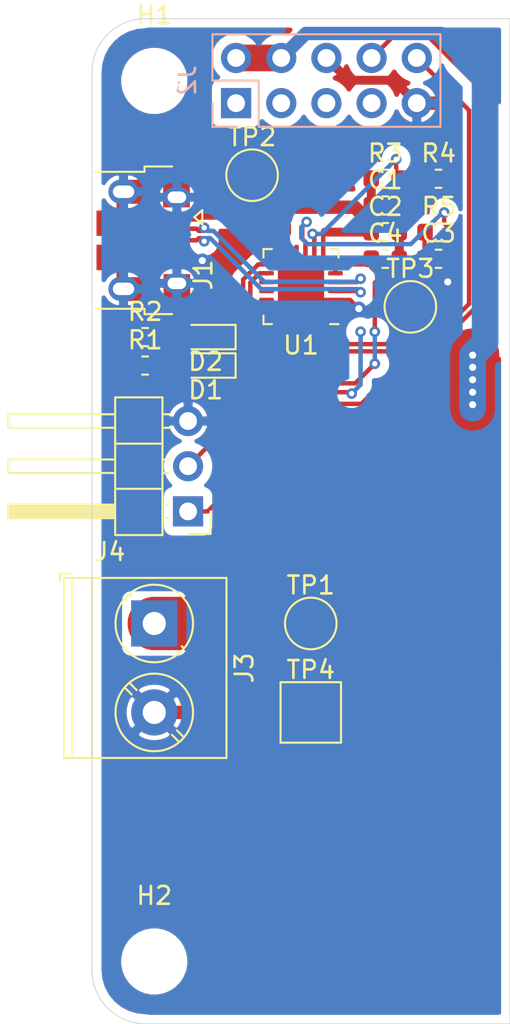
<source format=kicad_pcb>
(kicad_pcb (version 20171130) (host pcbnew 5.1.5+dfsg1-2+b1)

  (general
    (thickness 1.6)
    (drawings 6)
    (tracks 189)
    (zones 0)
    (modules 22)
    (nets 32)
  )

  (page A4)
  (layers
    (0 F.Cu signal)
    (31 B.Cu signal)
    (32 B.Adhes user)
    (33 F.Adhes user)
    (34 B.Paste user)
    (35 F.Paste user)
    (36 B.SilkS user)
    (37 F.SilkS user)
    (38 B.Mask user)
    (39 F.Mask user)
    (40 Dwgs.User user)
    (41 Cmts.User user)
    (42 Eco1.User user)
    (43 Eco2.User user)
    (44 Edge.Cuts user)
    (45 Margin user)
    (46 B.CrtYd user)
    (47 F.CrtYd user)
    (48 B.Fab user)
    (49 F.Fab user hide)
  )

  (setup
    (last_trace_width 1.5)
    (user_trace_width 0.25)
    (user_trace_width 0.5)
    (user_trace_width 0.75)
    (user_trace_width 1.5)
    (user_trace_width 3)
    (trace_clearance 0.1524)
    (zone_clearance 0.508)
    (zone_45_only no)
    (trace_min 0.2)
    (via_size 0.8)
    (via_drill 0.4)
    (via_min_size 0.4)
    (via_min_drill 0.3)
    (user_via 0.6 0.3)
    (uvia_size 0.3)
    (uvia_drill 0.1)
    (uvias_allowed no)
    (uvia_min_size 0.2)
    (uvia_min_drill 0.1)
    (edge_width 0.05)
    (segment_width 0.2)
    (pcb_text_width 0.3)
    (pcb_text_size 1.5 1.5)
    (mod_edge_width 0.12)
    (mod_text_size 1 1)
    (mod_text_width 0.15)
    (pad_size 1.524 1.524)
    (pad_drill 0.762)
    (pad_to_mask_clearance 0.051)
    (solder_mask_min_width 0.25)
    (aux_axis_origin 0 0)
    (visible_elements FFFFFF7F)
    (pcbplotparams
      (layerselection 0x010fc_ffffffff)
      (usegerberextensions false)
      (usegerberattributes false)
      (usegerberadvancedattributes false)
      (creategerberjobfile false)
      (excludeedgelayer true)
      (linewidth 0.100000)
      (plotframeref false)
      (viasonmask false)
      (mode 1)
      (useauxorigin false)
      (hpglpennumber 1)
      (hpglpenspeed 20)
      (hpglpendiameter 15.000000)
      (psnegative false)
      (psa4output false)
      (plotreference true)
      (plotvalue true)
      (plotinvisibletext false)
      (padsonsilk false)
      (subtractmaskfromsilk false)
      (outputformat 1)
      (mirror false)
      (drillshape 1)
      (scaleselection 1)
      (outputdirectory ""))
  )

  (net 0 "")
  (net 1 VBUS)
  (net 2 GND)
  (net 3 VDD)
  (net 4 "Net-(D1-Pad2)")
  (net 5 /TXT)
  (net 6 /RXT)
  (net 7 "Net-(D2-Pad2)")
  (net 8 /USB_N)
  (net 9 /USB_P)
  (net 10 "Net-(J1-Pad4)")
  (net 11 "Net-(J2-Pad1)")
  (net 12 +5V)
  (net 13 "Net-(J2-Pad3)")
  (net 14 "Net-(J2-Pad5)")
  (net 15 "Net-(J2-Pad7)")
  (net 16 /PI_TXD)
  (net 17 /PI_RXD)
  (net 18 "Net-(R3-Pad2)")
  (net 19 "Net-(R5-Pad2)")
  (net 20 "Net-(U1-Pad1)")
  (net 21 "Net-(U1-Pad10)")
  (net 22 "Net-(U1-Pad11)")
  (net 23 "Net-(U1-Pad12)")
  (net 24 "Net-(U1-Pad15)")
  (net 25 "Net-(U1-Pad16)")
  (net 26 "Net-(U1-Pad17)")
  (net 27 "Net-(U1-Pad18)")
  (net 28 "Net-(U1-Pad19)")
  (net 29 "Net-(U1-Pad22)")
  (net 30 "Net-(U1-Pad23)")
  (net 31 "Net-(U1-Pad24)")

  (net_class Default "This is the default net class."
    (clearance 0.1524)
    (trace_width 0.25)
    (via_dia 0.8)
    (via_drill 0.4)
    (uvia_dia 0.3)
    (uvia_drill 0.1)
    (diff_pair_width 0.254)
    (diff_pair_gap 0.16)
    (add_net +5V)
    (add_net /PI_RXD)
    (add_net /PI_TXD)
    (add_net /RXT)
    (add_net /TXT)
    (add_net /USB_N)
    (add_net /USB_P)
    (add_net GND)
    (add_net "Net-(D1-Pad2)")
    (add_net "Net-(D2-Pad2)")
    (add_net "Net-(J1-Pad4)")
    (add_net "Net-(J2-Pad1)")
    (add_net "Net-(J2-Pad3)")
    (add_net "Net-(J2-Pad5)")
    (add_net "Net-(J2-Pad7)")
    (add_net "Net-(R3-Pad2)")
    (add_net "Net-(R5-Pad2)")
    (add_net "Net-(U1-Pad1)")
    (add_net "Net-(U1-Pad10)")
    (add_net "Net-(U1-Pad11)")
    (add_net "Net-(U1-Pad12)")
    (add_net "Net-(U1-Pad15)")
    (add_net "Net-(U1-Pad16)")
    (add_net "Net-(U1-Pad17)")
    (add_net "Net-(U1-Pad18)")
    (add_net "Net-(U1-Pad19)")
    (add_net "Net-(U1-Pad22)")
    (add_net "Net-(U1-Pad23)")
    (add_net "Net-(U1-Pad24)")
    (add_net VBUS)
    (add_net VDD)
  )

  (module Capacitor_SMD:C_0603_1608Metric (layer F.Cu) (tedit 5B301BBE) (tstamp 5EA29224)
    (at 116.4875 85.5)
    (descr "Capacitor SMD 0603 (1608 Metric), square (rectangular) end terminal, IPC_7351 nominal, (Body size source: http://www.tortai-tech.com/upload/download/2011102023233369053.pdf), generated with kicad-footprint-generator")
    (tags capacitor)
    (path /5EA4DE81)
    (attr smd)
    (fp_text reference C1 (at 0 -1.43) (layer F.SilkS)
      (effects (font (size 1 1) (thickness 0.15)))
    )
    (fp_text value 4.7uF (at 0 1.43) (layer F.Fab)
      (effects (font (size 1 1) (thickness 0.15)))
    )
    (fp_line (start -0.8 0.4) (end -0.8 -0.4) (layer F.Fab) (width 0.1))
    (fp_line (start -0.8 -0.4) (end 0.8 -0.4) (layer F.Fab) (width 0.1))
    (fp_line (start 0.8 -0.4) (end 0.8 0.4) (layer F.Fab) (width 0.1))
    (fp_line (start 0.8 0.4) (end -0.8 0.4) (layer F.Fab) (width 0.1))
    (fp_line (start -0.162779 -0.51) (end 0.162779 -0.51) (layer F.SilkS) (width 0.12))
    (fp_line (start -0.162779 0.51) (end 0.162779 0.51) (layer F.SilkS) (width 0.12))
    (fp_line (start -1.48 0.73) (end -1.48 -0.73) (layer F.CrtYd) (width 0.05))
    (fp_line (start -1.48 -0.73) (end 1.48 -0.73) (layer F.CrtYd) (width 0.05))
    (fp_line (start 1.48 -0.73) (end 1.48 0.73) (layer F.CrtYd) (width 0.05))
    (fp_line (start 1.48 0.73) (end -1.48 0.73) (layer F.CrtYd) (width 0.05))
    (fp_text user %R (at 0 0) (layer F.Fab)
      (effects (font (size 0.4 0.4) (thickness 0.06)))
    )
    (pad 1 smd roundrect (at -0.7875 0) (size 0.875 0.95) (layers F.Cu F.Paste F.Mask) (roundrect_rratio 0.25)
      (net 1 VBUS))
    (pad 2 smd roundrect (at 0.7875 0) (size 0.875 0.95) (layers F.Cu F.Paste F.Mask) (roundrect_rratio 0.25)
      (net 2 GND))
    (model ${KISYS3DMOD}/Capacitor_SMD.3dshapes/C_0603_1608Metric.wrl
      (at (xyz 0 0 0))
      (scale (xyz 1 1 1))
      (rotate (xyz 0 0 0))
    )
  )

  (module Capacitor_SMD:C_0603_1608Metric (layer F.Cu) (tedit 5B301BBE) (tstamp 5EA2B1FE)
    (at 116.4875 87)
    (descr "Capacitor SMD 0603 (1608 Metric), square (rectangular) end terminal, IPC_7351 nominal, (Body size source: http://www.tortai-tech.com/upload/download/2011102023233369053.pdf), generated with kicad-footprint-generator")
    (tags capacitor)
    (path /5EA4E457)
    (attr smd)
    (fp_text reference C2 (at 0 -1.43) (layer F.SilkS)
      (effects (font (size 1 1) (thickness 0.15)))
    )
    (fp_text value 0.1uF (at 0 1.43) (layer F.Fab)
      (effects (font (size 1 1) (thickness 0.15)))
    )
    (fp_text user %R (at 0 0) (layer F.Fab)
      (effects (font (size 0.4 0.4) (thickness 0.06)))
    )
    (fp_line (start 1.48 0.73) (end -1.48 0.73) (layer F.CrtYd) (width 0.05))
    (fp_line (start 1.48 -0.73) (end 1.48 0.73) (layer F.CrtYd) (width 0.05))
    (fp_line (start -1.48 -0.73) (end 1.48 -0.73) (layer F.CrtYd) (width 0.05))
    (fp_line (start -1.48 0.73) (end -1.48 -0.73) (layer F.CrtYd) (width 0.05))
    (fp_line (start -0.162779 0.51) (end 0.162779 0.51) (layer F.SilkS) (width 0.12))
    (fp_line (start -0.162779 -0.51) (end 0.162779 -0.51) (layer F.SilkS) (width 0.12))
    (fp_line (start 0.8 0.4) (end -0.8 0.4) (layer F.Fab) (width 0.1))
    (fp_line (start 0.8 -0.4) (end 0.8 0.4) (layer F.Fab) (width 0.1))
    (fp_line (start -0.8 -0.4) (end 0.8 -0.4) (layer F.Fab) (width 0.1))
    (fp_line (start -0.8 0.4) (end -0.8 -0.4) (layer F.Fab) (width 0.1))
    (pad 2 smd roundrect (at 0.7875 0) (size 0.875 0.95) (layers F.Cu F.Paste F.Mask) (roundrect_rratio 0.25)
      (net 2 GND))
    (pad 1 smd roundrect (at -0.7875 0) (size 0.875 0.95) (layers F.Cu F.Paste F.Mask) (roundrect_rratio 0.25)
      (net 1 VBUS))
    (model ${KISYS3DMOD}/Capacitor_SMD.3dshapes/C_0603_1608Metric.wrl
      (at (xyz 0 0 0))
      (scale (xyz 1 1 1))
      (rotate (xyz 0 0 0))
    )
  )

  (module Capacitor_SMD:C_0603_1608Metric (layer F.Cu) (tedit 5B301BBE) (tstamp 5EA29246)
    (at 119.4875 88.5)
    (descr "Capacitor SMD 0603 (1608 Metric), square (rectangular) end terminal, IPC_7351 nominal, (Body size source: http://www.tortai-tech.com/upload/download/2011102023233369053.pdf), generated with kicad-footprint-generator")
    (tags capacitor)
    (path /5EA4E88D)
    (attr smd)
    (fp_text reference C3 (at 0 -1.43) (layer F.SilkS)
      (effects (font (size 1 1) (thickness 0.15)))
    )
    (fp_text value 4.7uF (at 0 1.43) (layer F.Fab)
      (effects (font (size 1 1) (thickness 0.15)))
    )
    (fp_line (start -0.8 0.4) (end -0.8 -0.4) (layer F.Fab) (width 0.1))
    (fp_line (start -0.8 -0.4) (end 0.8 -0.4) (layer F.Fab) (width 0.1))
    (fp_line (start 0.8 -0.4) (end 0.8 0.4) (layer F.Fab) (width 0.1))
    (fp_line (start 0.8 0.4) (end -0.8 0.4) (layer F.Fab) (width 0.1))
    (fp_line (start -0.162779 -0.51) (end 0.162779 -0.51) (layer F.SilkS) (width 0.12))
    (fp_line (start -0.162779 0.51) (end 0.162779 0.51) (layer F.SilkS) (width 0.12))
    (fp_line (start -1.48 0.73) (end -1.48 -0.73) (layer F.CrtYd) (width 0.05))
    (fp_line (start -1.48 -0.73) (end 1.48 -0.73) (layer F.CrtYd) (width 0.05))
    (fp_line (start 1.48 -0.73) (end 1.48 0.73) (layer F.CrtYd) (width 0.05))
    (fp_line (start 1.48 0.73) (end -1.48 0.73) (layer F.CrtYd) (width 0.05))
    (fp_text user %R (at 0 0) (layer F.Fab)
      (effects (font (size 0.4 0.4) (thickness 0.06)))
    )
    (pad 1 smd roundrect (at -0.7875 0) (size 0.875 0.95) (layers F.Cu F.Paste F.Mask) (roundrect_rratio 0.25)
      (net 3 VDD))
    (pad 2 smd roundrect (at 0.7875 0) (size 0.875 0.95) (layers F.Cu F.Paste F.Mask) (roundrect_rratio 0.25)
      (net 2 GND))
    (model ${KISYS3DMOD}/Capacitor_SMD.3dshapes/C_0603_1608Metric.wrl
      (at (xyz 0 0 0))
      (scale (xyz 1 1 1))
      (rotate (xyz 0 0 0))
    )
  )

  (module Capacitor_SMD:C_0603_1608Metric (layer F.Cu) (tedit 5B301BBE) (tstamp 5EA2B13C)
    (at 116.4875 88.5)
    (descr "Capacitor SMD 0603 (1608 Metric), square (rectangular) end terminal, IPC_7351 nominal, (Body size source: http://www.tortai-tech.com/upload/download/2011102023233369053.pdf), generated with kicad-footprint-generator")
    (tags capacitor)
    (path /5EA4ED84)
    (attr smd)
    (fp_text reference C4 (at 0 -1.43) (layer F.SilkS)
      (effects (font (size 1 1) (thickness 0.15)))
    )
    (fp_text value 0.1uF (at 0 1.43) (layer F.Fab)
      (effects (font (size 1 1) (thickness 0.15)))
    )
    (fp_text user %R (at 0 0) (layer F.Fab)
      (effects (font (size 0.4 0.4) (thickness 0.06)))
    )
    (fp_line (start 1.48 0.73) (end -1.48 0.73) (layer F.CrtYd) (width 0.05))
    (fp_line (start 1.48 -0.73) (end 1.48 0.73) (layer F.CrtYd) (width 0.05))
    (fp_line (start -1.48 -0.73) (end 1.48 -0.73) (layer F.CrtYd) (width 0.05))
    (fp_line (start -1.48 0.73) (end -1.48 -0.73) (layer F.CrtYd) (width 0.05))
    (fp_line (start -0.162779 0.51) (end 0.162779 0.51) (layer F.SilkS) (width 0.12))
    (fp_line (start -0.162779 -0.51) (end 0.162779 -0.51) (layer F.SilkS) (width 0.12))
    (fp_line (start 0.8 0.4) (end -0.8 0.4) (layer F.Fab) (width 0.1))
    (fp_line (start 0.8 -0.4) (end 0.8 0.4) (layer F.Fab) (width 0.1))
    (fp_line (start -0.8 -0.4) (end 0.8 -0.4) (layer F.Fab) (width 0.1))
    (fp_line (start -0.8 0.4) (end -0.8 -0.4) (layer F.Fab) (width 0.1))
    (pad 2 smd roundrect (at 0.7875 0) (size 0.875 0.95) (layers F.Cu F.Paste F.Mask) (roundrect_rratio 0.25)
      (net 2 GND))
    (pad 1 smd roundrect (at -0.7875 0) (size 0.875 0.95) (layers F.Cu F.Paste F.Mask) (roundrect_rratio 0.25)
      (net 3 VDD))
    (model ${KISYS3DMOD}/Capacitor_SMD.3dshapes/C_0603_1608Metric.wrl
      (at (xyz 0 0 0))
      (scale (xyz 1 1 1))
      (rotate (xyz 0 0 0))
    )
  )

  (module LED_SMD:LED_0603_1608Metric_Castellated (layer F.Cu) (tedit 5B301BBE) (tstamp 5EA2926A)
    (at 106.3875 94.5 180)
    (descr "LED SMD 0603 (1608 Metric), castellated end terminal, IPC_7351 nominal, (Body size source: http://www.tortai-tech.com/upload/download/2011102023233369053.pdf), generated with kicad-footprint-generator")
    (tags "LED castellated")
    (path /5EA38108)
    (attr smd)
    (fp_text reference D1 (at 0 -1.38) (layer F.SilkS)
      (effects (font (size 1 1) (thickness 0.15)))
    )
    (fp_text value LED (at 0 1.38) (layer F.Fab)
      (effects (font (size 1 1) (thickness 0.15)))
    )
    (fp_text user %R (at 0 0) (layer F.Fab)
      (effects (font (size 0.4 0.4) (thickness 0.06)))
    )
    (fp_line (start 1.68 0.68) (end -1.68 0.68) (layer F.CrtYd) (width 0.05))
    (fp_line (start 1.68 -0.68) (end 1.68 0.68) (layer F.CrtYd) (width 0.05))
    (fp_line (start -1.68 -0.68) (end 1.68 -0.68) (layer F.CrtYd) (width 0.05))
    (fp_line (start -1.68 0.68) (end -1.68 -0.68) (layer F.CrtYd) (width 0.05))
    (fp_line (start -1.685 0.685) (end 0.8 0.685) (layer F.SilkS) (width 0.12))
    (fp_line (start -1.685 -0.685) (end -1.685 0.685) (layer F.SilkS) (width 0.12))
    (fp_line (start 0.8 -0.685) (end -1.685 -0.685) (layer F.SilkS) (width 0.12))
    (fp_line (start 0.8 0.4) (end 0.8 -0.4) (layer F.Fab) (width 0.1))
    (fp_line (start -0.8 0.4) (end 0.8 0.4) (layer F.Fab) (width 0.1))
    (fp_line (start -0.8 -0.1) (end -0.8 0.4) (layer F.Fab) (width 0.1))
    (fp_line (start -0.5 -0.4) (end -0.8 -0.1) (layer F.Fab) (width 0.1))
    (fp_line (start 0.8 -0.4) (end -0.5 -0.4) (layer F.Fab) (width 0.1))
    (pad 2 smd roundrect (at 0.8125 0 180) (size 1.225 0.85) (layers F.Cu F.Paste F.Mask) (roundrect_rratio 0.25)
      (net 4 "Net-(D1-Pad2)"))
    (pad 1 smd roundrect (at -0.8125 0 180) (size 1.225 0.85) (layers F.Cu F.Paste F.Mask) (roundrect_rratio 0.25)
      (net 5 /TXT))
    (model ${KISYS3DMOD}/LED_SMD.3dshapes/LED_0603_1608Metric_Castellated.wrl
      (at (xyz 0 0 0))
      (scale (xyz 1 1 1))
      (rotate (xyz 0 0 0))
    )
  )

  (module LED_SMD:LED_0603_1608Metric_Castellated (layer F.Cu) (tedit 5B301BBE) (tstamp 5EA2927D)
    (at 106.3875 92.9 180)
    (descr "LED SMD 0603 (1608 Metric), castellated end terminal, IPC_7351 nominal, (Body size source: http://www.tortai-tech.com/upload/download/2011102023233369053.pdf), generated with kicad-footprint-generator")
    (tags "LED castellated")
    (path /5EA3854C)
    (attr smd)
    (fp_text reference D2 (at 0 -1.38) (layer F.SilkS)
      (effects (font (size 1 1) (thickness 0.15)))
    )
    (fp_text value LED (at 0 1.38) (layer F.Fab)
      (effects (font (size 1 1) (thickness 0.15)))
    )
    (fp_line (start 0.8 -0.4) (end -0.5 -0.4) (layer F.Fab) (width 0.1))
    (fp_line (start -0.5 -0.4) (end -0.8 -0.1) (layer F.Fab) (width 0.1))
    (fp_line (start -0.8 -0.1) (end -0.8 0.4) (layer F.Fab) (width 0.1))
    (fp_line (start -0.8 0.4) (end 0.8 0.4) (layer F.Fab) (width 0.1))
    (fp_line (start 0.8 0.4) (end 0.8 -0.4) (layer F.Fab) (width 0.1))
    (fp_line (start 0.8 -0.685) (end -1.685 -0.685) (layer F.SilkS) (width 0.12))
    (fp_line (start -1.685 -0.685) (end -1.685 0.685) (layer F.SilkS) (width 0.12))
    (fp_line (start -1.685 0.685) (end 0.8 0.685) (layer F.SilkS) (width 0.12))
    (fp_line (start -1.68 0.68) (end -1.68 -0.68) (layer F.CrtYd) (width 0.05))
    (fp_line (start -1.68 -0.68) (end 1.68 -0.68) (layer F.CrtYd) (width 0.05))
    (fp_line (start 1.68 -0.68) (end 1.68 0.68) (layer F.CrtYd) (width 0.05))
    (fp_line (start 1.68 0.68) (end -1.68 0.68) (layer F.CrtYd) (width 0.05))
    (fp_text user %R (at 0 0) (layer F.Fab)
      (effects (font (size 0.4 0.4) (thickness 0.06)))
    )
    (pad 1 smd roundrect (at -0.8125 0 180) (size 1.225 0.85) (layers F.Cu F.Paste F.Mask) (roundrect_rratio 0.25)
      (net 6 /RXT))
    (pad 2 smd roundrect (at 0.8125 0 180) (size 1.225 0.85) (layers F.Cu F.Paste F.Mask) (roundrect_rratio 0.25)
      (net 7 "Net-(D2-Pad2)"))
    (model ${KISYS3DMOD}/LED_SMD.3dshapes/LED_0603_1608Metric_Castellated.wrl
      (at (xyz 0 0 0))
      (scale (xyz 1 1 1))
      (rotate (xyz 0 0 0))
    )
  )

  (module MountingHole:MountingHole_2.7mm_M2.5 locked (layer F.Cu) (tedit 56D1B4CB) (tstamp 5EA2A190)
    (at 103.5 78.5)
    (descr "Mounting Hole 2.7mm, no annular, M2.5")
    (tags "mounting hole 2.7mm no annular m2.5")
    (path /5EA7653B)
    (attr virtual)
    (fp_text reference H1 (at 0 -3.7) (layer F.SilkS)
      (effects (font (size 1 1) (thickness 0.15)))
    )
    (fp_text value MountingHole (at 0 3.7) (layer F.Fab)
      (effects (font (size 1 1) (thickness 0.15)))
    )
    (fp_text user %R (at 0.3 0) (layer F.Fab)
      (effects (font (size 1 1) (thickness 0.15)))
    )
    (fp_circle (center 0 0) (end 2.7 0) (layer Cmts.User) (width 0.15))
    (fp_circle (center 0 0) (end 2.95 0) (layer F.CrtYd) (width 0.05))
    (pad 1 np_thru_hole circle (at 0 0) (size 2.7 2.7) (drill 2.7) (layers *.Cu *.Mask))
  )

  (module MountingHole:MountingHole_2.7mm_M2.5 (layer F.Cu) (tedit 56D1B4CB) (tstamp 5EA2928D)
    (at 103.5 128)
    (descr "Mounting Hole 2.7mm, no annular, M2.5")
    (tags "mounting hole 2.7mm no annular m2.5")
    (path /5EA766FF)
    (attr virtual)
    (fp_text reference H2 (at 0 -3.7) (layer F.SilkS)
      (effects (font (size 1 1) (thickness 0.15)))
    )
    (fp_text value MountingHole (at 0 3.7) (layer F.Fab)
      (effects (font (size 1 1) (thickness 0.15)))
    )
    (fp_circle (center 0 0) (end 2.95 0) (layer F.CrtYd) (width 0.05))
    (fp_circle (center 0 0) (end 2.7 0) (layer Cmts.User) (width 0.15))
    (fp_text user %R (at 0.3 0) (layer F.Fab)
      (effects (font (size 1 1) (thickness 0.15)))
    )
    (pad 1 np_thru_hole circle (at 0 0) (size 2.7 2.7) (drill 2.7) (layers *.Cu *.Mask))
  )

  (module Connector_USB:USB_Micro-B_Amphenol_10103594-0001LF_Horizontal locked (layer F.Cu) (tedit 5A1DC0BD) (tstamp 5EA2A05C)
    (at 102.885 87.485 270)
    (descr "Micro USB Type B 10103594-0001LF, http://cdn.amphenol-icc.com/media/wysiwyg/files/drawing/10103594.pdf")
    (tags "USB USB_B USB_micro USB_OTG")
    (path /5EA29C92)
    (attr smd)
    (fp_text reference J1 (at 1.925 -3.365 90) (layer F.SilkS)
      (effects (font (size 1 1) (thickness 0.15)))
    )
    (fp_text value USB_B_Micro (at -0.025 4.435 90) (layer F.Fab)
      (effects (font (size 1 1) (thickness 0.15)))
    )
    (fp_text user "PCB edge" (at -0.025 2.235 90) (layer Dwgs.User)
      (effects (font (size 0.5 0.5) (thickness 0.075)))
    )
    (fp_text user %R (at -0.025 -0.015 90) (layer F.Fab)
      (effects (font (size 1 1) (thickness 0.15)))
    )
    (fp_line (start -4.175 -0.065) (end -4.175 -1.615) (layer F.SilkS) (width 0.12))
    (fp_line (start -4.175 -0.065) (end -3.875 -0.065) (layer F.SilkS) (width 0.12))
    (fp_line (start -3.875 2.735) (end -3.875 -0.065) (layer F.SilkS) (width 0.12))
    (fp_line (start 4.125 -0.065) (end 4.125 -1.615) (layer F.SilkS) (width 0.12))
    (fp_line (start 3.825 -0.065) (end 4.125 -0.065) (layer F.SilkS) (width 0.12))
    (fp_line (start 3.825 2.735) (end 3.825 -0.065) (layer F.SilkS) (width 0.12))
    (fp_line (start -0.925 -3.315) (end -1.325 -2.865) (layer F.SilkS) (width 0.12))
    (fp_line (start -1.725 -3.315) (end -0.925 -3.315) (layer F.SilkS) (width 0.12))
    (fp_line (start -1.325 -2.865) (end -1.725 -3.315) (layer F.SilkS) (width 0.12))
    (fp_line (start -3.775 -0.865) (end -2.975 -1.615) (layer F.Fab) (width 0.12))
    (fp_line (start 3.725 3.335) (end -3.775 3.335) (layer F.Fab) (width 0.12))
    (fp_line (start 3.725 -1.615) (end 3.725 3.335) (layer F.Fab) (width 0.12))
    (fp_line (start -2.975 -1.615) (end 3.725 -1.615) (layer F.Fab) (width 0.12))
    (fp_line (start -3.775 3.335) (end -3.775 -0.865) (layer F.Fab) (width 0.12))
    (fp_line (start -4.025 2.835) (end 3.975 2.835) (layer Dwgs.User) (width 0.1))
    (fp_line (start -4.13 -2.88) (end 4.14 -2.88) (layer F.CrtYd) (width 0.05))
    (fp_line (start -4.13 -2.88) (end -4.13 3.58) (layer F.CrtYd) (width 0.05))
    (fp_line (start 4.14 3.58) (end 4.14 -2.88) (layer F.CrtYd) (width 0.05))
    (fp_line (start 4.14 3.58) (end -4.13 3.58) (layer F.CrtYd) (width 0.05))
    (pad 6 smd rect (at 2.725 0.185 270) (size 1.35 2) (layers F.Cu F.Paste F.Mask)
      (net 2 GND))
    (pad 6 smd rect (at -2.755 0.185 270) (size 1.35 2) (layers F.Cu F.Paste F.Mask)
      (net 2 GND))
    (pad 6 smd rect (at -2.975 -0.565 270) (size 1.825 0.7) (layers F.Cu F.Paste F.Mask)
      (net 2 GND))
    (pad 6 smd rect (at 2.975 -0.565 270) (size 1.825 0.7) (layers F.Cu F.Paste F.Mask)
      (net 2 GND))
    (pad 6 smd rect (at -2.875 -1.865 270) (size 2 1.5) (layers F.Cu F.Paste F.Mask)
      (net 2 GND))
    (pad 6 smd rect (at 2.875 -1.885 270) (size 2 1.5) (layers F.Cu F.Paste F.Mask)
      (net 2 GND))
    (pad 1 smd rect (at -1.325 -1.765) (size 1.65 0.4) (layers F.Cu F.Paste F.Mask)
      (net 1 VBUS))
    (pad 2 smd rect (at -0.675 -1.765) (size 1.65 0.4) (layers F.Cu F.Paste F.Mask)
      (net 8 /USB_N))
    (pad 3 smd rect (at -0.025 -1.765) (size 1.65 0.4) (layers F.Cu F.Paste F.Mask)
      (net 9 /USB_P))
    (pad 4 smd rect (at 0.625 -1.765) (size 1.65 0.4) (layers F.Cu F.Paste F.Mask)
      (net 10 "Net-(J1-Pad4)"))
    (pad 5 smd rect (at 1.275 -1.765) (size 1.65 0.4) (layers F.Cu F.Paste F.Mask)
      (net 2 GND))
    (pad 6 thru_hole oval (at -2.445 -1.885) (size 1.5 1.1) (drill oval 1.05 0.65) (layers *.Cu *.Mask)
      (net 2 GND))
    (pad 6 thru_hole oval (at 2.395 -1.885) (size 1.5 1.1) (drill oval 1.05 0.65) (layers *.Cu *.Mask)
      (net 2 GND))
    (pad 6 thru_hole oval (at -2.755 1.115) (size 1.7 1.35) (drill oval 1.2 0.7) (layers *.Cu *.Mask)
      (net 2 GND))
    (pad 6 thru_hole oval (at 2.705 1.115) (size 1.7 1.35) (drill oval 1.2 0.7) (layers *.Cu *.Mask)
      (net 2 GND))
    (pad 6 smd rect (at -0.985 1.385) (size 2.5 1.43) (layers F.Cu F.Paste F.Mask)
      (net 2 GND))
    (pad 6 smd rect (at 0.935 1.385) (size 2.5 1.43) (layers F.Cu F.Paste F.Mask)
      (net 2 GND))
    (model ${KISYS3DMOD}/Connector_USB.3dshapes/USB_Micro-B_Amphenol_10103594-0001LF_Horizontal.wrl
      (at (xyz 0 0 0))
      (scale (xyz 1 1 1))
      (rotate (xyz 0 0 0))
    )
  )

  (module Connector_PinSocket_2.54mm:PinSocket_2x05_P2.54mm_Vertical locked (layer B.Cu) (tedit 5A19A42B) (tstamp 5EA292D7)
    (at 108.1 79.75 270)
    (descr "Through hole straight socket strip, 2x05, 2.54mm pitch, double cols (from Kicad 4.0.7), script generated")
    (tags "Through hole socket strip THT 2x05 2.54mm double row")
    (path /5EA13EA2)
    (fp_text reference J2 (at -1.27 2.77 270) (layer B.SilkS)
      (effects (font (size 1 1) (thickness 0.15)) (justify mirror))
    )
    (fp_text value PiHeader (at -1.27 -12.93 270) (layer B.Fab)
      (effects (font (size 1 1) (thickness 0.15)) (justify mirror))
    )
    (fp_line (start -3.81 1.27) (end 0.27 1.27) (layer B.Fab) (width 0.1))
    (fp_line (start 0.27 1.27) (end 1.27 0.27) (layer B.Fab) (width 0.1))
    (fp_line (start 1.27 0.27) (end 1.27 -11.43) (layer B.Fab) (width 0.1))
    (fp_line (start 1.27 -11.43) (end -3.81 -11.43) (layer B.Fab) (width 0.1))
    (fp_line (start -3.81 -11.43) (end -3.81 1.27) (layer B.Fab) (width 0.1))
    (fp_line (start -3.87 1.33) (end -1.27 1.33) (layer B.SilkS) (width 0.12))
    (fp_line (start -3.87 1.33) (end -3.87 -11.49) (layer B.SilkS) (width 0.12))
    (fp_line (start -3.87 -11.49) (end 1.33 -11.49) (layer B.SilkS) (width 0.12))
    (fp_line (start 1.33 -1.27) (end 1.33 -11.49) (layer B.SilkS) (width 0.12))
    (fp_line (start -1.27 -1.27) (end 1.33 -1.27) (layer B.SilkS) (width 0.12))
    (fp_line (start -1.27 1.33) (end -1.27 -1.27) (layer B.SilkS) (width 0.12))
    (fp_line (start 1.33 1.33) (end 1.33 0) (layer B.SilkS) (width 0.12))
    (fp_line (start 0 1.33) (end 1.33 1.33) (layer B.SilkS) (width 0.12))
    (fp_line (start -4.34 1.8) (end 1.76 1.8) (layer B.CrtYd) (width 0.05))
    (fp_line (start 1.76 1.8) (end 1.76 -11.9) (layer B.CrtYd) (width 0.05))
    (fp_line (start 1.76 -11.9) (end -4.34 -11.9) (layer B.CrtYd) (width 0.05))
    (fp_line (start -4.34 -11.9) (end -4.34 1.8) (layer B.CrtYd) (width 0.05))
    (fp_text user %R (at -1.27 -5.08) (layer B.Fab)
      (effects (font (size 1 1) (thickness 0.15)) (justify mirror))
    )
    (pad 1 thru_hole rect (at 0 0 270) (size 1.7 1.7) (drill 1) (layers *.Cu *.Mask)
      (net 11 "Net-(J2-Pad1)"))
    (pad 2 thru_hole oval (at -2.54 0 270) (size 1.7 1.7) (drill 1) (layers *.Cu *.Mask)
      (net 12 +5V))
    (pad 3 thru_hole oval (at 0 -2.54 270) (size 1.7 1.7) (drill 1) (layers *.Cu *.Mask)
      (net 13 "Net-(J2-Pad3)"))
    (pad 4 thru_hole oval (at -2.54 -2.54 270) (size 1.7 1.7) (drill 1) (layers *.Cu *.Mask)
      (net 12 +5V))
    (pad 5 thru_hole oval (at 0 -5.08 270) (size 1.7 1.7) (drill 1) (layers *.Cu *.Mask)
      (net 14 "Net-(J2-Pad5)"))
    (pad 6 thru_hole oval (at -2.54 -5.08 270) (size 1.7 1.7) (drill 1) (layers *.Cu *.Mask)
      (net 2 GND))
    (pad 7 thru_hole oval (at 0 -7.62 270) (size 1.7 1.7) (drill 1) (layers *.Cu *.Mask)
      (net 15 "Net-(J2-Pad7)"))
    (pad 8 thru_hole oval (at -2.54 -7.62 270) (size 1.7 1.7) (drill 1) (layers *.Cu *.Mask)
      (net 16 /PI_TXD))
    (pad 9 thru_hole oval (at 0 -10.16 270) (size 1.7 1.7) (drill 1) (layers *.Cu *.Mask)
      (net 2 GND))
    (pad 10 thru_hole oval (at -2.54 -10.16 270) (size 1.7 1.7) (drill 1) (layers *.Cu *.Mask)
      (net 17 /PI_RXD))
    (model ${KISYS3DMOD}/Connector_PinSocket_2.54mm.3dshapes/PinSocket_2x05_P2.54mm_Vertical.wrl
      (at (xyz 0 0 0))
      (scale (xyz 1 1 1))
      (rotate (xyz 0 0 0))
    )
  )

  (module TerminalBlock_Phoenix:TerminalBlock_Phoenix_PT-1,5-2-5.0-H_1x02_P5.00mm_Horizontal locked (layer F.Cu) (tedit 5B294F69) (tstamp 5EA29301)
    (at 103.5 109 270)
    (descr "Terminal Block Phoenix PT-1,5-2-5.0-H, 2 pins, pitch 5mm, size 10x9mm^2, drill diamater 1.3mm, pad diameter 2.6mm, see http://www.mouser.com/ds/2/324/ItemDetail_1935161-922578.pdf, script-generated using https://github.com/pointhi/kicad-footprint-generator/scripts/TerminalBlock_Phoenix")
    (tags "THT Terminal Block Phoenix PT-1,5-2-5.0-H pitch 5mm size 10x9mm^2 drill 1.3mm pad 2.6mm")
    (path /5EA27362)
    (fp_text reference J3 (at 2.5 -5.06 90) (layer F.SilkS)
      (effects (font (size 1 1) (thickness 0.15)))
    )
    (fp_text value PWR (at 2.5 6.06 90) (layer F.Fab)
      (effects (font (size 1 1) (thickness 0.15)))
    )
    (fp_circle (center 0 0) (end 2 0) (layer F.Fab) (width 0.1))
    (fp_circle (center 0 0) (end 2.18 0) (layer F.SilkS) (width 0.12))
    (fp_circle (center 5 0) (end 7 0) (layer F.Fab) (width 0.1))
    (fp_circle (center 5 0) (end 7.18 0) (layer F.SilkS) (width 0.12))
    (fp_line (start -2.5 -4) (end 7.5 -4) (layer F.Fab) (width 0.1))
    (fp_line (start 7.5 -4) (end 7.5 5) (layer F.Fab) (width 0.1))
    (fp_line (start 7.5 5) (end -2.1 5) (layer F.Fab) (width 0.1))
    (fp_line (start -2.1 5) (end -2.5 4.6) (layer F.Fab) (width 0.1))
    (fp_line (start -2.5 4.6) (end -2.5 -4) (layer F.Fab) (width 0.1))
    (fp_line (start -2.5 4.6) (end 7.5 4.6) (layer F.Fab) (width 0.1))
    (fp_line (start -2.56 4.6) (end 7.56 4.6) (layer F.SilkS) (width 0.12))
    (fp_line (start -2.5 3.5) (end 7.5 3.5) (layer F.Fab) (width 0.1))
    (fp_line (start -2.56 3.5) (end 7.56 3.5) (layer F.SilkS) (width 0.12))
    (fp_line (start -2.56 -4.06) (end 7.56 -4.06) (layer F.SilkS) (width 0.12))
    (fp_line (start -2.56 5.06) (end 7.56 5.06) (layer F.SilkS) (width 0.12))
    (fp_line (start -2.56 -4.06) (end -2.56 5.06) (layer F.SilkS) (width 0.12))
    (fp_line (start 7.56 -4.06) (end 7.56 5.06) (layer F.SilkS) (width 0.12))
    (fp_line (start 1.517 -1.273) (end -1.273 1.517) (layer F.Fab) (width 0.1))
    (fp_line (start 1.273 -1.517) (end -1.517 1.273) (layer F.Fab) (width 0.1))
    (fp_line (start 1.654 -1.388) (end 1.547 -1.281) (layer F.SilkS) (width 0.12))
    (fp_line (start -1.282 1.547) (end -1.388 1.654) (layer F.SilkS) (width 0.12))
    (fp_line (start 1.388 -1.654) (end 1.281 -1.547) (layer F.SilkS) (width 0.12))
    (fp_line (start -1.548 1.281) (end -1.654 1.388) (layer F.SilkS) (width 0.12))
    (fp_line (start 6.517 -1.273) (end 3.728 1.517) (layer F.Fab) (width 0.1))
    (fp_line (start 6.273 -1.517) (end 3.484 1.273) (layer F.Fab) (width 0.1))
    (fp_line (start 6.654 -1.388) (end 6.259 -0.992) (layer F.SilkS) (width 0.12))
    (fp_line (start 3.993 1.274) (end 3.613 1.654) (layer F.SilkS) (width 0.12))
    (fp_line (start 6.388 -1.654) (end 6.008 -1.274) (layer F.SilkS) (width 0.12))
    (fp_line (start 3.742 0.992) (end 3.347 1.388) (layer F.SilkS) (width 0.12))
    (fp_line (start -2.8 4.66) (end -2.8 5.3) (layer F.SilkS) (width 0.12))
    (fp_line (start -2.8 5.3) (end -2.4 5.3) (layer F.SilkS) (width 0.12))
    (fp_line (start -3 -4.5) (end -3 5.5) (layer F.CrtYd) (width 0.05))
    (fp_line (start -3 5.5) (end 8 5.5) (layer F.CrtYd) (width 0.05))
    (fp_line (start 8 5.5) (end 8 -4.5) (layer F.CrtYd) (width 0.05))
    (fp_line (start 8 -4.5) (end -3 -4.5) (layer F.CrtYd) (width 0.05))
    (fp_text user %R (at 2.5 2.9 90) (layer F.Fab)
      (effects (font (size 1 1) (thickness 0.15)))
    )
    (pad 1 thru_hole rect (at 0 0 270) (size 2.6 2.6) (drill 1.3) (layers *.Cu *.Mask)
      (net 12 +5V))
    (pad 2 thru_hole circle (at 5 0 270) (size 2.6 2.6) (drill 1.3) (layers *.Cu *.Mask)
      (net 2 GND))
    (model ${KISYS3DMOD}/TerminalBlock_Phoenix.3dshapes/TerminalBlock_Phoenix_PT-1,5-2-5.0-H_1x02_P5.00mm_Horizontal.wrl
      (at (xyz 0 0 0))
      (scale (xyz 1 1 1))
      (rotate (xyz 0 0 0))
    )
  )

  (module Connector_PinHeader_2.54mm:PinHeader_1x03_P2.54mm_Horizontal locked (layer F.Cu) (tedit 59FED5CB) (tstamp 5EA29F28)
    (at 105.4 102.7 180)
    (descr "Through hole angled pin header, 1x03, 2.54mm pitch, 6mm pin length, single row")
    (tags "Through hole angled pin header THT 1x03 2.54mm single row")
    (path /5EA27F19)
    (fp_text reference J4 (at 4.385 -2.27) (layer F.SilkS)
      (effects (font (size 1 1) (thickness 0.15)))
    )
    (fp_text value UART (at 4.385 7.35) (layer F.Fab)
      (effects (font (size 1 1) (thickness 0.15)))
    )
    (fp_line (start 2.135 -1.27) (end 4.04 -1.27) (layer F.Fab) (width 0.1))
    (fp_line (start 4.04 -1.27) (end 4.04 6.35) (layer F.Fab) (width 0.1))
    (fp_line (start 4.04 6.35) (end 1.5 6.35) (layer F.Fab) (width 0.1))
    (fp_line (start 1.5 6.35) (end 1.5 -0.635) (layer F.Fab) (width 0.1))
    (fp_line (start 1.5 -0.635) (end 2.135 -1.27) (layer F.Fab) (width 0.1))
    (fp_line (start -0.32 -0.32) (end 1.5 -0.32) (layer F.Fab) (width 0.1))
    (fp_line (start -0.32 -0.32) (end -0.32 0.32) (layer F.Fab) (width 0.1))
    (fp_line (start -0.32 0.32) (end 1.5 0.32) (layer F.Fab) (width 0.1))
    (fp_line (start 4.04 -0.32) (end 10.04 -0.32) (layer F.Fab) (width 0.1))
    (fp_line (start 10.04 -0.32) (end 10.04 0.32) (layer F.Fab) (width 0.1))
    (fp_line (start 4.04 0.32) (end 10.04 0.32) (layer F.Fab) (width 0.1))
    (fp_line (start -0.32 2.22) (end 1.5 2.22) (layer F.Fab) (width 0.1))
    (fp_line (start -0.32 2.22) (end -0.32 2.86) (layer F.Fab) (width 0.1))
    (fp_line (start -0.32 2.86) (end 1.5 2.86) (layer F.Fab) (width 0.1))
    (fp_line (start 4.04 2.22) (end 10.04 2.22) (layer F.Fab) (width 0.1))
    (fp_line (start 10.04 2.22) (end 10.04 2.86) (layer F.Fab) (width 0.1))
    (fp_line (start 4.04 2.86) (end 10.04 2.86) (layer F.Fab) (width 0.1))
    (fp_line (start -0.32 4.76) (end 1.5 4.76) (layer F.Fab) (width 0.1))
    (fp_line (start -0.32 4.76) (end -0.32 5.4) (layer F.Fab) (width 0.1))
    (fp_line (start -0.32 5.4) (end 1.5 5.4) (layer F.Fab) (width 0.1))
    (fp_line (start 4.04 4.76) (end 10.04 4.76) (layer F.Fab) (width 0.1))
    (fp_line (start 10.04 4.76) (end 10.04 5.4) (layer F.Fab) (width 0.1))
    (fp_line (start 4.04 5.4) (end 10.04 5.4) (layer F.Fab) (width 0.1))
    (fp_line (start 1.44 -1.33) (end 1.44 6.41) (layer F.SilkS) (width 0.12))
    (fp_line (start 1.44 6.41) (end 4.1 6.41) (layer F.SilkS) (width 0.12))
    (fp_line (start 4.1 6.41) (end 4.1 -1.33) (layer F.SilkS) (width 0.12))
    (fp_line (start 4.1 -1.33) (end 1.44 -1.33) (layer F.SilkS) (width 0.12))
    (fp_line (start 4.1 -0.38) (end 10.1 -0.38) (layer F.SilkS) (width 0.12))
    (fp_line (start 10.1 -0.38) (end 10.1 0.38) (layer F.SilkS) (width 0.12))
    (fp_line (start 10.1 0.38) (end 4.1 0.38) (layer F.SilkS) (width 0.12))
    (fp_line (start 4.1 -0.32) (end 10.1 -0.32) (layer F.SilkS) (width 0.12))
    (fp_line (start 4.1 -0.2) (end 10.1 -0.2) (layer F.SilkS) (width 0.12))
    (fp_line (start 4.1 -0.08) (end 10.1 -0.08) (layer F.SilkS) (width 0.12))
    (fp_line (start 4.1 0.04) (end 10.1 0.04) (layer F.SilkS) (width 0.12))
    (fp_line (start 4.1 0.16) (end 10.1 0.16) (layer F.SilkS) (width 0.12))
    (fp_line (start 4.1 0.28) (end 10.1 0.28) (layer F.SilkS) (width 0.12))
    (fp_line (start 1.11 -0.38) (end 1.44 -0.38) (layer F.SilkS) (width 0.12))
    (fp_line (start 1.11 0.38) (end 1.44 0.38) (layer F.SilkS) (width 0.12))
    (fp_line (start 1.44 1.27) (end 4.1 1.27) (layer F.SilkS) (width 0.12))
    (fp_line (start 4.1 2.16) (end 10.1 2.16) (layer F.SilkS) (width 0.12))
    (fp_line (start 10.1 2.16) (end 10.1 2.92) (layer F.SilkS) (width 0.12))
    (fp_line (start 10.1 2.92) (end 4.1 2.92) (layer F.SilkS) (width 0.12))
    (fp_line (start 1.042929 2.16) (end 1.44 2.16) (layer F.SilkS) (width 0.12))
    (fp_line (start 1.042929 2.92) (end 1.44 2.92) (layer F.SilkS) (width 0.12))
    (fp_line (start 1.44 3.81) (end 4.1 3.81) (layer F.SilkS) (width 0.12))
    (fp_line (start 4.1 4.7) (end 10.1 4.7) (layer F.SilkS) (width 0.12))
    (fp_line (start 10.1 4.7) (end 10.1 5.46) (layer F.SilkS) (width 0.12))
    (fp_line (start 10.1 5.46) (end 4.1 5.46) (layer F.SilkS) (width 0.12))
    (fp_line (start 1.042929 4.7) (end 1.44 4.7) (layer F.SilkS) (width 0.12))
    (fp_line (start 1.042929 5.46) (end 1.44 5.46) (layer F.SilkS) (width 0.12))
    (fp_line (start -1.27 0) (end -1.27 -1.27) (layer F.SilkS) (width 0.12))
    (fp_line (start -1.27 -1.27) (end 0 -1.27) (layer F.SilkS) (width 0.12))
    (fp_line (start -1.8 -1.8) (end -1.8 6.85) (layer F.CrtYd) (width 0.05))
    (fp_line (start -1.8 6.85) (end 10.55 6.85) (layer F.CrtYd) (width 0.05))
    (fp_line (start 10.55 6.85) (end 10.55 -1.8) (layer F.CrtYd) (width 0.05))
    (fp_line (start 10.55 -1.8) (end -1.8 -1.8) (layer F.CrtYd) (width 0.05))
    (fp_text user %R (at 2.77 2.54 90) (layer F.Fab)
      (effects (font (size 1 1) (thickness 0.15)))
    )
    (pad 1 thru_hole rect (at 0 0 180) (size 1.7 1.7) (drill 1) (layers *.Cu *.Mask)
      (net 16 /PI_TXD))
    (pad 2 thru_hole oval (at 0 2.54 180) (size 1.7 1.7) (drill 1) (layers *.Cu *.Mask)
      (net 17 /PI_RXD))
    (pad 3 thru_hole oval (at 0 5.08 180) (size 1.7 1.7) (drill 1) (layers *.Cu *.Mask)
      (net 2 GND))
    (model ${KISYS3DMOD}/Connector_PinHeader_2.54mm.3dshapes/PinHeader_1x03_P2.54mm_Horizontal.wrl
      (at (xyz 0 0 0))
      (scale (xyz 1 1 1))
      (rotate (xyz 0 0 0))
    )
  )

  (module Resistor_SMD:R_0603_1608Metric (layer F.Cu) (tedit 5B301BBD) (tstamp 5EA29352)
    (at 102.9875 94.5)
    (descr "Resistor SMD 0603 (1608 Metric), square (rectangular) end terminal, IPC_7351 nominal, (Body size source: http://www.tortai-tech.com/upload/download/2011102023233369053.pdf), generated with kicad-footprint-generator")
    (tags resistor)
    (path /5EA373A2)
    (attr smd)
    (fp_text reference R1 (at 0 -1.43) (layer F.SilkS)
      (effects (font (size 1 1) (thickness 0.15)))
    )
    (fp_text value 1k (at 0 1.43) (layer F.Fab)
      (effects (font (size 1 1) (thickness 0.15)))
    )
    (fp_line (start -0.8 0.4) (end -0.8 -0.4) (layer F.Fab) (width 0.1))
    (fp_line (start -0.8 -0.4) (end 0.8 -0.4) (layer F.Fab) (width 0.1))
    (fp_line (start 0.8 -0.4) (end 0.8 0.4) (layer F.Fab) (width 0.1))
    (fp_line (start 0.8 0.4) (end -0.8 0.4) (layer F.Fab) (width 0.1))
    (fp_line (start -0.162779 -0.51) (end 0.162779 -0.51) (layer F.SilkS) (width 0.12))
    (fp_line (start -0.162779 0.51) (end 0.162779 0.51) (layer F.SilkS) (width 0.12))
    (fp_line (start -1.48 0.73) (end -1.48 -0.73) (layer F.CrtYd) (width 0.05))
    (fp_line (start -1.48 -0.73) (end 1.48 -0.73) (layer F.CrtYd) (width 0.05))
    (fp_line (start 1.48 -0.73) (end 1.48 0.73) (layer F.CrtYd) (width 0.05))
    (fp_line (start 1.48 0.73) (end -1.48 0.73) (layer F.CrtYd) (width 0.05))
    (fp_text user %R (at 0 0) (layer F.Fab)
      (effects (font (size 0.4 0.4) (thickness 0.06)))
    )
    (pad 1 smd roundrect (at -0.7875 0) (size 0.875 0.95) (layers F.Cu F.Paste F.Mask) (roundrect_rratio 0.25)
      (net 3 VDD))
    (pad 2 smd roundrect (at 0.7875 0) (size 0.875 0.95) (layers F.Cu F.Paste F.Mask) (roundrect_rratio 0.25)
      (net 4 "Net-(D1-Pad2)"))
    (model ${KISYS3DMOD}/Resistor_SMD.3dshapes/R_0603_1608Metric.wrl
      (at (xyz 0 0 0))
      (scale (xyz 1 1 1))
      (rotate (xyz 0 0 0))
    )
  )

  (module Resistor_SMD:R_0603_1608Metric (layer F.Cu) (tedit 5B301BBD) (tstamp 5EA2BBF7)
    (at 102.9875 92.9)
    (descr "Resistor SMD 0603 (1608 Metric), square (rectangular) end terminal, IPC_7351 nominal, (Body size source: http://www.tortai-tech.com/upload/download/2011102023233369053.pdf), generated with kicad-footprint-generator")
    (tags resistor)
    (path /5EA37873)
    (attr smd)
    (fp_text reference R2 (at 0 -1.43) (layer F.SilkS)
      (effects (font (size 1 1) (thickness 0.15)))
    )
    (fp_text value 1k (at 0 1.43) (layer F.Fab)
      (effects (font (size 1 1) (thickness 0.15)))
    )
    (fp_text user %R (at 0 0) (layer F.Fab)
      (effects (font (size 0.4 0.4) (thickness 0.06)))
    )
    (fp_line (start 1.48 0.73) (end -1.48 0.73) (layer F.CrtYd) (width 0.05))
    (fp_line (start 1.48 -0.73) (end 1.48 0.73) (layer F.CrtYd) (width 0.05))
    (fp_line (start -1.48 -0.73) (end 1.48 -0.73) (layer F.CrtYd) (width 0.05))
    (fp_line (start -1.48 0.73) (end -1.48 -0.73) (layer F.CrtYd) (width 0.05))
    (fp_line (start -0.162779 0.51) (end 0.162779 0.51) (layer F.SilkS) (width 0.12))
    (fp_line (start -0.162779 -0.51) (end 0.162779 -0.51) (layer F.SilkS) (width 0.12))
    (fp_line (start 0.8 0.4) (end -0.8 0.4) (layer F.Fab) (width 0.1))
    (fp_line (start 0.8 -0.4) (end 0.8 0.4) (layer F.Fab) (width 0.1))
    (fp_line (start -0.8 -0.4) (end 0.8 -0.4) (layer F.Fab) (width 0.1))
    (fp_line (start -0.8 0.4) (end -0.8 -0.4) (layer F.Fab) (width 0.1))
    (pad 2 smd roundrect (at 0.7875 0) (size 0.875 0.95) (layers F.Cu F.Paste F.Mask) (roundrect_rratio 0.25)
      (net 7 "Net-(D2-Pad2)"))
    (pad 1 smd roundrect (at -0.7875 0) (size 0.875 0.95) (layers F.Cu F.Paste F.Mask) (roundrect_rratio 0.25)
      (net 3 VDD))
    (model ${KISYS3DMOD}/Resistor_SMD.3dshapes/R_0603_1608Metric.wrl
      (at (xyz 0 0 0))
      (scale (xyz 1 1 1))
      (rotate (xyz 0 0 0))
    )
  )

  (module Resistor_SMD:R_0603_1608Metric (layer F.Cu) (tedit 5B301BBD) (tstamp 5EA29374)
    (at 116.4875 84)
    (descr "Resistor SMD 0603 (1608 Metric), square (rectangular) end terminal, IPC_7351 nominal, (Body size source: http://www.tortai-tech.com/upload/download/2011102023233369053.pdf), generated with kicad-footprint-generator")
    (tags resistor)
    (path /5EA3109D)
    (attr smd)
    (fp_text reference R3 (at 0 -1.43) (layer F.SilkS)
      (effects (font (size 1 1) (thickness 0.15)))
    )
    (fp_text value 22.1k (at 0 1.43) (layer F.Fab)
      (effects (font (size 1 1) (thickness 0.15)))
    )
    (fp_line (start -0.8 0.4) (end -0.8 -0.4) (layer F.Fab) (width 0.1))
    (fp_line (start -0.8 -0.4) (end 0.8 -0.4) (layer F.Fab) (width 0.1))
    (fp_line (start 0.8 -0.4) (end 0.8 0.4) (layer F.Fab) (width 0.1))
    (fp_line (start 0.8 0.4) (end -0.8 0.4) (layer F.Fab) (width 0.1))
    (fp_line (start -0.162779 -0.51) (end 0.162779 -0.51) (layer F.SilkS) (width 0.12))
    (fp_line (start -0.162779 0.51) (end 0.162779 0.51) (layer F.SilkS) (width 0.12))
    (fp_line (start -1.48 0.73) (end -1.48 -0.73) (layer F.CrtYd) (width 0.05))
    (fp_line (start -1.48 -0.73) (end 1.48 -0.73) (layer F.CrtYd) (width 0.05))
    (fp_line (start 1.48 -0.73) (end 1.48 0.73) (layer F.CrtYd) (width 0.05))
    (fp_line (start 1.48 0.73) (end -1.48 0.73) (layer F.CrtYd) (width 0.05))
    (fp_text user %R (at 0 0) (layer F.Fab)
      (effects (font (size 0.4 0.4) (thickness 0.06)))
    )
    (pad 1 smd roundrect (at -0.7875 0) (size 0.875 0.95) (layers F.Cu F.Paste F.Mask) (roundrect_rratio 0.25)
      (net 1 VBUS))
    (pad 2 smd roundrect (at 0.7875 0) (size 0.875 0.95) (layers F.Cu F.Paste F.Mask) (roundrect_rratio 0.25)
      (net 18 "Net-(R3-Pad2)"))
    (model ${KISYS3DMOD}/Resistor_SMD.3dshapes/R_0603_1608Metric.wrl
      (at (xyz 0 0 0))
      (scale (xyz 1 1 1))
      (rotate (xyz 0 0 0))
    )
  )

  (module Resistor_SMD:R_0603_1608Metric (layer F.Cu) (tedit 5B301BBD) (tstamp 5EA29385)
    (at 119.4875 84)
    (descr "Resistor SMD 0603 (1608 Metric), square (rectangular) end terminal, IPC_7351 nominal, (Body size source: http://www.tortai-tech.com/upload/download/2011102023233369053.pdf), generated with kicad-footprint-generator")
    (tags resistor)
    (path /5EA312E2)
    (attr smd)
    (fp_text reference R4 (at 0 -1.43) (layer F.SilkS)
      (effects (font (size 1 1) (thickness 0.15)))
    )
    (fp_text value 47.5k (at 0 1.43) (layer F.Fab)
      (effects (font (size 1 1) (thickness 0.15)))
    )
    (fp_text user %R (at 0 0) (layer F.Fab)
      (effects (font (size 0.4 0.4) (thickness 0.06)))
    )
    (fp_line (start 1.48 0.73) (end -1.48 0.73) (layer F.CrtYd) (width 0.05))
    (fp_line (start 1.48 -0.73) (end 1.48 0.73) (layer F.CrtYd) (width 0.05))
    (fp_line (start -1.48 -0.73) (end 1.48 -0.73) (layer F.CrtYd) (width 0.05))
    (fp_line (start -1.48 0.73) (end -1.48 -0.73) (layer F.CrtYd) (width 0.05))
    (fp_line (start -0.162779 0.51) (end 0.162779 0.51) (layer F.SilkS) (width 0.12))
    (fp_line (start -0.162779 -0.51) (end 0.162779 -0.51) (layer F.SilkS) (width 0.12))
    (fp_line (start 0.8 0.4) (end -0.8 0.4) (layer F.Fab) (width 0.1))
    (fp_line (start 0.8 -0.4) (end 0.8 0.4) (layer F.Fab) (width 0.1))
    (fp_line (start -0.8 -0.4) (end 0.8 -0.4) (layer F.Fab) (width 0.1))
    (fp_line (start -0.8 0.4) (end -0.8 -0.4) (layer F.Fab) (width 0.1))
    (pad 2 smd roundrect (at 0.7875 0) (size 0.875 0.95) (layers F.Cu F.Paste F.Mask) (roundrect_rratio 0.25)
      (net 2 GND))
    (pad 1 smd roundrect (at -0.7875 0) (size 0.875 0.95) (layers F.Cu F.Paste F.Mask) (roundrect_rratio 0.25)
      (net 18 "Net-(R3-Pad2)"))
    (model ${KISYS3DMOD}/Resistor_SMD.3dshapes/R_0603_1608Metric.wrl
      (at (xyz 0 0 0))
      (scale (xyz 1 1 1))
      (rotate (xyz 0 0 0))
    )
  )

  (module Resistor_SMD:R_0603_1608Metric (layer F.Cu) (tedit 5B301BBD) (tstamp 5EA2B1AD)
    (at 119.5125 87)
    (descr "Resistor SMD 0603 (1608 Metric), square (rectangular) end terminal, IPC_7351 nominal, (Body size source: http://www.tortai-tech.com/upload/download/2011102023233369053.pdf), generated with kicad-footprint-generator")
    (tags resistor)
    (path /5EA48776)
    (attr smd)
    (fp_text reference R5 (at 0 -1.43) (layer F.SilkS)
      (effects (font (size 1 1) (thickness 0.15)))
    )
    (fp_text value 1k (at 0 1.43) (layer F.Fab)
      (effects (font (size 1 1) (thickness 0.15)))
    )
    (fp_line (start -0.8 0.4) (end -0.8 -0.4) (layer F.Fab) (width 0.1))
    (fp_line (start -0.8 -0.4) (end 0.8 -0.4) (layer F.Fab) (width 0.1))
    (fp_line (start 0.8 -0.4) (end 0.8 0.4) (layer F.Fab) (width 0.1))
    (fp_line (start 0.8 0.4) (end -0.8 0.4) (layer F.Fab) (width 0.1))
    (fp_line (start -0.162779 -0.51) (end 0.162779 -0.51) (layer F.SilkS) (width 0.12))
    (fp_line (start -0.162779 0.51) (end 0.162779 0.51) (layer F.SilkS) (width 0.12))
    (fp_line (start -1.48 0.73) (end -1.48 -0.73) (layer F.CrtYd) (width 0.05))
    (fp_line (start -1.48 -0.73) (end 1.48 -0.73) (layer F.CrtYd) (width 0.05))
    (fp_line (start 1.48 -0.73) (end 1.48 0.73) (layer F.CrtYd) (width 0.05))
    (fp_line (start 1.48 0.73) (end -1.48 0.73) (layer F.CrtYd) (width 0.05))
    (fp_text user %R (at 0 0) (layer F.Fab)
      (effects (font (size 0.4 0.4) (thickness 0.06)))
    )
    (pad 1 smd roundrect (at -0.7875 0) (size 0.875 0.95) (layers F.Cu F.Paste F.Mask) (roundrect_rratio 0.25)
      (net 3 VDD))
    (pad 2 smd roundrect (at 0.7875 0) (size 0.875 0.95) (layers F.Cu F.Paste F.Mask) (roundrect_rratio 0.25)
      (net 19 "Net-(R5-Pad2)"))
    (model ${KISYS3DMOD}/Resistor_SMD.3dshapes/R_0603_1608Metric.wrl
      (at (xyz 0 0 0))
      (scale (xyz 1 1 1))
      (rotate (xyz 0 0 0))
    )
  )

  (module TestPoint:TestPoint_Pad_D2.5mm (layer F.Cu) (tedit 5A0F774F) (tstamp 5EA2939E)
    (at 112.3 109)
    (descr "SMD pad as test Point, diameter 2.5mm")
    (tags "test point SMD pad")
    (path /5EA62644)
    (attr virtual)
    (fp_text reference TP1 (at 0 -2.148) (layer F.SilkS)
      (effects (font (size 1 1) (thickness 0.15)))
    )
    (fp_text value TP5v (at 0 2.25) (layer F.Fab)
      (effects (font (size 1 1) (thickness 0.15)))
    )
    (fp_text user %R (at 0 -2.15) (layer F.Fab)
      (effects (font (size 1 1) (thickness 0.15)))
    )
    (fp_circle (center 0 0) (end 1.75 0) (layer F.CrtYd) (width 0.05))
    (fp_circle (center 0 0) (end 0 1.45) (layer F.SilkS) (width 0.12))
    (pad 1 smd circle (at 0 0) (size 2.5 2.5) (layers F.Cu F.Mask)
      (net 12 +5V))
  )

  (module TestPoint:TestPoint_Pad_D2.5mm (layer F.Cu) (tedit 5A0F774F) (tstamp 5EA293A6)
    (at 109 83.8)
    (descr "SMD pad as test Point, diameter 2.5mm")
    (tags "test point SMD pad")
    (path /5EA62B62)
    (attr virtual)
    (fp_text reference TP2 (at 0 -2.148) (layer F.SilkS)
      (effects (font (size 1 1) (thickness 0.15)))
    )
    (fp_text value TPVBUS (at 0 2.25) (layer F.Fab)
      (effects (font (size 1 1) (thickness 0.15)))
    )
    (fp_circle (center 0 0) (end 0 1.45) (layer F.SilkS) (width 0.12))
    (fp_circle (center 0 0) (end 1.75 0) (layer F.CrtYd) (width 0.05))
    (fp_text user %R (at 0 -2.15) (layer F.Fab)
      (effects (font (size 1 1) (thickness 0.15)))
    )
    (pad 1 smd circle (at 0 0) (size 2.5 2.5) (layers F.Cu F.Mask)
      (net 1 VBUS))
  )

  (module TestPoint:TestPoint_Pad_D2.5mm (layer F.Cu) (tedit 5A0F774F) (tstamp 5EA293AE)
    (at 117.9 91.2)
    (descr "SMD pad as test Point, diameter 2.5mm")
    (tags "test point SMD pad")
    (path /5EA62F64)
    (attr virtual)
    (fp_text reference TP3 (at 0 -2.148) (layer F.SilkS)
      (effects (font (size 1 1) (thickness 0.15)))
    )
    (fp_text value TPVDD (at 0 2.25) (layer F.Fab)
      (effects (font (size 1 1) (thickness 0.15)))
    )
    (fp_text user %R (at 0 -2.15) (layer F.Fab)
      (effects (font (size 1 1) (thickness 0.15)))
    )
    (fp_circle (center 0 0) (end 1.75 0) (layer F.CrtYd) (width 0.05))
    (fp_circle (center 0 0) (end 0 1.45) (layer F.SilkS) (width 0.12))
    (pad 1 smd circle (at 0 0) (size 2.5 2.5) (layers F.Cu F.Mask)
      (net 3 VDD))
  )

  (module TestPoint:TestPoint_Pad_3.0x3.0mm (layer F.Cu) (tedit 5A0F774F) (tstamp 5EA293BC)
    (at 112.3 114)
    (descr "SMD rectangular pad as test Point, square 3.0mm side length")
    (tags "test point SMD pad rectangle square")
    (path /5EA633F2)
    (attr virtual)
    (fp_text reference TP4 (at 0 -2.398) (layer F.SilkS)
      (effects (font (size 1 1) (thickness 0.15)))
    )
    (fp_text value TPGND (at 0 2.55) (layer F.Fab)
      (effects (font (size 1 1) (thickness 0.15)))
    )
    (fp_text user %R (at 0 -2.4) (layer F.Fab)
      (effects (font (size 1 1) (thickness 0.15)))
    )
    (fp_line (start -1.7 -1.7) (end 1.7 -1.7) (layer F.SilkS) (width 0.12))
    (fp_line (start 1.7 -1.7) (end 1.7 1.7) (layer F.SilkS) (width 0.12))
    (fp_line (start 1.7 1.7) (end -1.7 1.7) (layer F.SilkS) (width 0.12))
    (fp_line (start -1.7 1.7) (end -1.7 -1.7) (layer F.SilkS) (width 0.12))
    (fp_line (start -2 -2) (end 2 -2) (layer F.CrtYd) (width 0.05))
    (fp_line (start -2 -2) (end -2 2) (layer F.CrtYd) (width 0.05))
    (fp_line (start 2 2) (end 2 -2) (layer F.CrtYd) (width 0.05))
    (fp_line (start 2 2) (end -2 2) (layer F.CrtYd) (width 0.05))
    (pad 1 smd rect (at 0 0) (size 3 3) (layers F.Cu F.Mask)
      (net 2 GND))
  )

  (module Package_DFN_QFN:QFN-24-1EP_4x4mm_P0.5mm_EP2.6x2.6mm (layer F.Cu) (tedit 5C1FD453) (tstamp 5EA2ADAD)
    (at 111.75 90.0625 180)
    (descr "QFN, 24 Pin (http://ww1.microchip.com/downloads/en/PackagingSpec/00000049BQ.pdf#page=278), generated with kicad-footprint-generator ipc_dfn_qfn_generator.py")
    (tags "QFN DFN_QFN")
    (path /5EA143AF)
    (attr smd)
    (fp_text reference U1 (at 0 -3.3) (layer F.SilkS)
      (effects (font (size 1 1) (thickness 0.15)))
    )
    (fp_text value CP2102N-A01-GQFN24 (at 0 3.3) (layer F.Fab)
      (effects (font (size 1 1) (thickness 0.15)))
    )
    (fp_line (start 1.635 -2.11) (end 2.11 -2.11) (layer F.SilkS) (width 0.12))
    (fp_line (start 2.11 -2.11) (end 2.11 -1.635) (layer F.SilkS) (width 0.12))
    (fp_line (start -1.635 2.11) (end -2.11 2.11) (layer F.SilkS) (width 0.12))
    (fp_line (start -2.11 2.11) (end -2.11 1.635) (layer F.SilkS) (width 0.12))
    (fp_line (start 1.635 2.11) (end 2.11 2.11) (layer F.SilkS) (width 0.12))
    (fp_line (start 2.11 2.11) (end 2.11 1.635) (layer F.SilkS) (width 0.12))
    (fp_line (start -1.635 -2.11) (end -2.11 -2.11) (layer F.SilkS) (width 0.12))
    (fp_line (start -1 -2) (end 2 -2) (layer F.Fab) (width 0.1))
    (fp_line (start 2 -2) (end 2 2) (layer F.Fab) (width 0.1))
    (fp_line (start 2 2) (end -2 2) (layer F.Fab) (width 0.1))
    (fp_line (start -2 2) (end -2 -1) (layer F.Fab) (width 0.1))
    (fp_line (start -2 -1) (end -1 -2) (layer F.Fab) (width 0.1))
    (fp_line (start -2.6 -2.6) (end -2.6 2.6) (layer F.CrtYd) (width 0.05))
    (fp_line (start -2.6 2.6) (end 2.6 2.6) (layer F.CrtYd) (width 0.05))
    (fp_line (start 2.6 2.6) (end 2.6 -2.6) (layer F.CrtYd) (width 0.05))
    (fp_line (start 2.6 -2.6) (end -2.6 -2.6) (layer F.CrtYd) (width 0.05))
    (fp_text user %R (at 0 0) (layer F.Fab)
      (effects (font (size 1 1) (thickness 0.15)))
    )
    (pad 25 smd roundrect (at 0 0 180) (size 2.6 2.6) (layers F.Cu F.Mask) (roundrect_rratio 0.096154)
      (net 2 GND))
    (pad "" smd roundrect (at -0.65 -0.65 180) (size 1.05 1.05) (layers F.Paste) (roundrect_rratio 0.238095))
    (pad "" smd roundrect (at -0.65 0.65 180) (size 1.05 1.05) (layers F.Paste) (roundrect_rratio 0.238095))
    (pad "" smd roundrect (at 0.65 -0.65 180) (size 1.05 1.05) (layers F.Paste) (roundrect_rratio 0.238095))
    (pad "" smd roundrect (at 0.65 0.65 180) (size 1.05 1.05) (layers F.Paste) (roundrect_rratio 0.238095))
    (pad 1 smd roundrect (at -1.9375 -1.25 180) (size 0.825 0.25) (layers F.Cu F.Paste F.Mask) (roundrect_rratio 0.25)
      (net 20 "Net-(U1-Pad1)"))
    (pad 2 smd roundrect (at -1.9375 -0.75 180) (size 0.825 0.25) (layers F.Cu F.Paste F.Mask) (roundrect_rratio 0.25)
      (net 2 GND))
    (pad 3 smd roundrect (at -1.9375 -0.25 180) (size 0.825 0.25) (layers F.Cu F.Paste F.Mask) (roundrect_rratio 0.25)
      (net 9 /USB_P))
    (pad 4 smd roundrect (at -1.9375 0.25 180) (size 0.825 0.25) (layers F.Cu F.Paste F.Mask) (roundrect_rratio 0.25)
      (net 8 /USB_N))
    (pad 5 smd roundrect (at -1.9375 0.75 180) (size 0.825 0.25) (layers F.Cu F.Paste F.Mask) (roundrect_rratio 0.25)
      (net 3 VDD))
    (pad 6 smd roundrect (at -1.9375 1.25 180) (size 0.825 0.25) (layers F.Cu F.Paste F.Mask) (roundrect_rratio 0.25)
      (net 3 VDD))
    (pad 7 smd roundrect (at -1.25 1.9375 180) (size 0.25 0.825) (layers F.Cu F.Paste F.Mask) (roundrect_rratio 0.25)
      (net 1 VBUS))
    (pad 8 smd roundrect (at -0.75 1.9375 180) (size 0.25 0.825) (layers F.Cu F.Paste F.Mask) (roundrect_rratio 0.25)
      (net 18 "Net-(R3-Pad2)"))
    (pad 9 smd roundrect (at -0.25 1.9375 180) (size 0.25 0.825) (layers F.Cu F.Paste F.Mask) (roundrect_rratio 0.25)
      (net 19 "Net-(R5-Pad2)"))
    (pad 10 smd roundrect (at 0.25 1.9375 180) (size 0.25 0.825) (layers F.Cu F.Paste F.Mask) (roundrect_rratio 0.25)
      (net 21 "Net-(U1-Pad10)"))
    (pad 11 smd roundrect (at 0.75 1.9375 180) (size 0.25 0.825) (layers F.Cu F.Paste F.Mask) (roundrect_rratio 0.25)
      (net 22 "Net-(U1-Pad11)"))
    (pad 12 smd roundrect (at 1.25 1.9375 180) (size 0.25 0.825) (layers F.Cu F.Paste F.Mask) (roundrect_rratio 0.25)
      (net 23 "Net-(U1-Pad12)"))
    (pad 13 smd roundrect (at 1.9375 1.25 180) (size 0.825 0.25) (layers F.Cu F.Paste F.Mask) (roundrect_rratio 0.25)
      (net 6 /RXT))
    (pad 14 smd roundrect (at 1.9375 0.75 180) (size 0.825 0.25) (layers F.Cu F.Paste F.Mask) (roundrect_rratio 0.25)
      (net 5 /TXT))
    (pad 15 smd roundrect (at 1.9375 0.25 180) (size 0.825 0.25) (layers F.Cu F.Paste F.Mask) (roundrect_rratio 0.25)
      (net 24 "Net-(U1-Pad15)"))
    (pad 16 smd roundrect (at 1.9375 -0.25 180) (size 0.825 0.25) (layers F.Cu F.Paste F.Mask) (roundrect_rratio 0.25)
      (net 25 "Net-(U1-Pad16)"))
    (pad 17 smd roundrect (at 1.9375 -0.75 180) (size 0.825 0.25) (layers F.Cu F.Paste F.Mask) (roundrect_rratio 0.25)
      (net 26 "Net-(U1-Pad17)"))
    (pad 18 smd roundrect (at 1.9375 -1.25 180) (size 0.825 0.25) (layers F.Cu F.Paste F.Mask) (roundrect_rratio 0.25)
      (net 27 "Net-(U1-Pad18)"))
    (pad 19 smd roundrect (at 1.25 -1.9375 180) (size 0.25 0.825) (layers F.Cu F.Paste F.Mask) (roundrect_rratio 0.25)
      (net 28 "Net-(U1-Pad19)"))
    (pad 20 smd roundrect (at 0.75 -1.9375 180) (size 0.25 0.825) (layers F.Cu F.Paste F.Mask) (roundrect_rratio 0.25)
      (net 16 /PI_TXD))
    (pad 21 smd roundrect (at 0.25 -1.9375 180) (size 0.25 0.825) (layers F.Cu F.Paste F.Mask) (roundrect_rratio 0.25)
      (net 17 /PI_RXD))
    (pad 22 smd roundrect (at -0.25 -1.9375 180) (size 0.25 0.825) (layers F.Cu F.Paste F.Mask) (roundrect_rratio 0.25)
      (net 29 "Net-(U1-Pad22)"))
    (pad 23 smd roundrect (at -0.75 -1.9375 180) (size 0.25 0.825) (layers F.Cu F.Paste F.Mask) (roundrect_rratio 0.25)
      (net 30 "Net-(U1-Pad23)"))
    (pad 24 smd roundrect (at -1.25 -1.9375 180) (size 0.25 0.825) (layers F.Cu F.Paste F.Mask) (roundrect_rratio 0.25)
      (net 31 "Net-(U1-Pad24)"))
    (model ${KISYS3DMOD}/Package_DFN_QFN.3dshapes/QFN-24-1EP_4x4mm_P0.5mm_EP2.6x2.6mm.wrl
      (at (xyz 0 0 0))
      (scale (xyz 1 1 1))
      (rotate (xyz 0 0 0))
    )
  )

  (gr_line (start 123.5 131.5) (end 103 131.5) (layer Edge.Cuts) (width 0.05) (tstamp 5EA2C57A))
  (gr_line (start 123.5 75) (end 123.5 131.5) (layer Edge.Cuts) (width 0.05))
  (gr_line (start 103 75) (end 123.5 75) (layer Edge.Cuts) (width 0.05))
  (gr_arc (start 103 128.5) (end 100 128.5) (angle -90) (layer Edge.Cuts) (width 0.05) (tstamp 5EA2A17D))
  (gr_arc (start 103 78) (end 103 75) (angle -90) (layer Edge.Cuts) (width 0.05))
  (gr_line (start 100 77.75) (end 100 128.75) (layer Edge.Cuts) (width 0.05))

  (segment (start 105.970249 86.052599) (end 108.052599 86.052599) (width 0.5) (layer F.Cu) (net 1))
  (segment (start 105.862848 86.16) (end 105.970249 86.052599) (width 0.5) (layer F.Cu) (net 1))
  (segment (start 104.65 86.16) (end 105.862848 86.16) (width 0.5) (layer F.Cu) (net 1))
  (segment (start 115.7 84) (end 115.7 85.5) (width 0.5) (layer F.Cu) (net 1))
  (segment (start 115.7 85.5) (end 115.7 87) (width 0.5) (layer F.Cu) (net 1))
  (segment (start 115.7 87) (end 113.1 87) (width 0.5) (layer F.Cu) (net 1))
  (segment (start 113 87.1) (end 113 88.125) (width 0.25) (layer F.Cu) (net 1))
  (segment (start 113.1 87) (end 113 87.1) (width 0.25) (layer F.Cu) (net 1))
  (segment (start 115.7 86.525) (end 115.7 87) (width 0.75) (layer F.Cu) (net 1))
  (segment (start 108.505568 85.59963) (end 114.77463 85.59963) (width 0.75) (layer F.Cu) (net 1))
  (segment (start 114.77463 85.59963) (end 115.7 86.525) (width 0.75) (layer F.Cu) (net 1))
  (segment (start 108.052599 86.052599) (end 108.505568 85.59963) (width 0.75) (layer F.Cu) (net 1))
  (segment (start 109 85.567766) (end 109 83.8) (width 0.5) (layer F.Cu) (net 1))
  (segment (start 108.968136 85.59963) (end 109 85.567766) (width 0.5) (layer F.Cu) (net 1))
  (segment (start 108.505568 85.59963) (end 108.968136 85.59963) (width 0.5) (layer F.Cu) (net 1))
  (segment (start 117.275 88.5) (end 117.275 87) (width 0.5) (layer F.Cu) (net 2))
  (segment (start 117.275 87) (end 117.275 85.5) (width 0.5) (layer F.Cu) (net 2))
  (segment (start 118.775 85.5) (end 120.275 84) (width 0.5) (layer F.Cu) (net 2))
  (segment (start 117.275 85.5) (end 118.775 85.5) (width 0.5) (layer F.Cu) (net 2))
  (segment (start 119.462081 79.75) (end 118.26 79.75) (width 0.75) (layer F.Cu) (net 2))
  (segment (start 120.275 80.562919) (end 119.462081 79.75) (width 0.75) (layer F.Cu) (net 2))
  (segment (start 120.275 84) (end 120.275 80.562919) (width 0.75) (layer F.Cu) (net 2))
  (segment (start 114.029999 78.059999) (end 113.18 77.21) (width 0.5) (layer F.Cu) (net 2))
  (segment (start 114.432401 78.462401) (end 114.029999 78.059999) (width 0.5) (layer F.Cu) (net 2))
  (segment (start 116.972401 78.462401) (end 114.432401 78.462401) (width 0.5) (layer F.Cu) (net 2))
  (segment (start 118.26 79.75) (end 116.972401 78.462401) (width 0.5) (layer F.Cu) (net 2))
  (segment (start 112.5 90.8125) (end 111.75 90.0625) (width 0.25) (layer F.Cu) (net 2))
  (segment (start 113.6875 90.8125) (end 112.5 90.8125) (width 0.25) (layer F.Cu) (net 2))
  (segment (start 112.3 114) (end 103.5 114) (width 0.75) (layer F.Cu) (net 2))
  (via (at 115 91.3) (size 0.8) (drill 0.4) (layers F.Cu B.Cu) (net 2))
  (segment (start 114.5125 90.8125) (end 115 91.3) (width 0.25) (layer F.Cu) (net 2))
  (segment (start 113.6875 90.8125) (end 114.5125 90.8125) (width 0.25) (layer F.Cu) (net 2))
  (via (at 106.2 88.6) (size 0.8) (drill 0.4) (layers F.Cu B.Cu) (net 2))
  (segment (start 106.04 88.76) (end 106.2 88.6) (width 0.25) (layer F.Cu) (net 2))
  (segment (start 104.65 88.76) (end 106.04 88.76) (width 0.25) (layer F.Cu) (net 2))
  (segment (start 101.5 89.92) (end 101.77 90.19) (width 0.25) (layer F.Cu) (net 2))
  (segment (start 101.5 88.42) (end 101.5 89.92) (width 0.25) (layer F.Cu) (net 2))
  (segment (start 101.5 85) (end 101.77 84.73) (width 0.25) (layer F.Cu) (net 2))
  (segment (start 101.5 86.5) (end 101.5 85) (width 0.25) (layer F.Cu) (net 2))
  (via (at 120 89.8) (size 0.8) (drill 0.4) (layers F.Cu B.Cu) (net 2))
  (segment (start 120.275 89.525) (end 120 89.8) (width 0.5) (layer F.Cu) (net 2))
  (segment (start 120.275 88.5) (end 120.275 89.525) (width 0.5) (layer F.Cu) (net 2))
  (segment (start 113.6875 89.3125) (end 113.6875 88.8125) (width 0.25) (layer F.Cu) (net 3))
  (segment (start 115.3875 88.8125) (end 115.7 88.5) (width 0.25) (layer F.Cu) (net 3))
  (segment (start 113.6875 88.8125) (end 115.3875 88.8125) (width 0.25) (layer F.Cu) (net 3))
  (segment (start 115.7 88.975) (end 116.225 89.5) (width 0.25) (layer F.Cu) (net 3))
  (segment (start 115.7 88.5) (end 115.7 88.975) (width 0.25) (layer F.Cu) (net 3))
  (segment (start 118.7 88.975) (end 118.7 88.5) (width 0.25) (layer F.Cu) (net 3))
  (segment (start 118.175 89.5) (end 118.7 88.975) (width 0.25) (layer F.Cu) (net 3))
  (segment (start 116.225 89.5) (end 118.175 89.5) (width 0.25) (layer F.Cu) (net 3))
  (segment (start 118.7 87.025) (end 118.725 87) (width 0.25) (layer F.Cu) (net 3))
  (segment (start 118.7 88.5) (end 118.7 87.025) (width 0.25) (layer F.Cu) (net 3))
  (segment (start 118.175 90.925) (end 117.9 91.2) (width 0.25) (layer F.Cu) (net 3))
  (segment (start 118.175 89.5) (end 118.175 90.925) (width 0.25) (layer F.Cu) (net 3))
  (segment (start 116.225 89.525) (end 115.9 89.85) (width 0.25) (layer F.Cu) (net 3))
  (segment (start 116.225 89.5) (end 116.225 89.525) (width 0.25) (layer F.Cu) (net 3))
  (via (at 115.9 92.6) (size 0.6) (drill 0.3) (layers F.Cu B.Cu) (net 3))
  (segment (start 115.9 89.85) (end 115.9 92.6) (width 0.25) (layer F.Cu) (net 3))
  (via (at 115.9 94.4) (size 0.6) (drill 0.3) (layers F.Cu B.Cu) (net 3))
  (segment (start 115.9 92.6) (end 115.9 94.4) (width 0.25) (layer B.Cu) (net 3))
  (segment (start 115.9 94.4) (end 114.8 95.5) (width 0.25) (layer F.Cu) (net 3))
  (segment (start 102.2 94.975) (end 102.2 94.5) (width 0.25) (layer F.Cu) (net 3))
  (segment (start 102.725 95.5) (end 102.2 94.975) (width 0.25) (layer F.Cu) (net 3))
  (segment (start 114.8 95.5) (end 102.725 95.5) (width 0.25) (layer F.Cu) (net 3))
  (segment (start 102.2 94.5) (end 102.2 92.9) (width 0.25) (layer F.Cu) (net 3))
  (segment (start 105.575 94.5) (end 103.775 94.5) (width 0.25) (layer F.Cu) (net 4))
  (segment (start 109.419294 89.3125) (end 108.9 89.831794) (width 0.25) (layer F.Cu) (net 5))
  (segment (start 109.8125 89.3125) (end 109.419294 89.3125) (width 0.25) (layer F.Cu) (net 5))
  (segment (start 108.9 89.831794) (end 108.9 94.2) (width 0.25) (layer F.Cu) (net 5))
  (segment (start 108.6 94.5) (end 107.2 94.5) (width 0.25) (layer F.Cu) (net 5))
  (segment (start 108.9 94.2) (end 108.6 94.5) (width 0.25) (layer F.Cu) (net 5))
  (segment (start 108.2 92.9) (end 107.2 92.9) (width 0.25) (layer F.Cu) (net 6))
  (segment (start 108.49759 92.60241) (end 108.2 92.9) (width 0.25) (layer F.Cu) (net 6))
  (segment (start 108.49759 89.665111) (end 108.49759 92.60241) (width 0.25) (layer F.Cu) (net 6))
  (segment (start 109.350201 88.8125) (end 108.49759 89.665111) (width 0.25) (layer F.Cu) (net 6))
  (segment (start 109.8125 88.8125) (end 109.350201 88.8125) (width 0.25) (layer F.Cu) (net 6))
  (segment (start 105.575 92.9) (end 103.775 92.9) (width 0.25) (layer F.Cu) (net 7))
  (segment (start 106.134402 86.928) (end 106.307402 86.755) (width 0.254) (layer F.Cu) (net 8))
  (segment (start 106.005501 86.928) (end 106.134402 86.928) (width 0.254) (layer F.Cu) (net 8))
  (segment (start 105.887501 86.81) (end 106.005501 86.928) (width 0.254) (layer F.Cu) (net 8))
  (segment (start 104.65 86.81) (end 105.887501 86.81) (width 0.254) (layer F.Cu) (net 8))
  (via (at 106.307402 86.755) (size 0.6) (drill 0.3) (layers F.Cu B.Cu) (net 8))
  (segment (start 106.480402 86.928) (end 106.820744 86.928) (width 0.254) (layer B.Cu) (net 8))
  (segment (start 106.307402 86.755) (end 106.480402 86.928) (width 0.254) (layer B.Cu) (net 8))
  (segment (start 114.927 89.793) (end 115.1 89.62) (width 0.254) (layer B.Cu) (net 8))
  (segment (start 109.685744 89.793) (end 114.927 89.793) (width 0.254) (layer B.Cu) (net 8))
  (segment (start 106.820744 86.928) (end 109.685744 89.793) (width 0.254) (layer B.Cu) (net 8))
  (via (at 115.1 89.62) (size 0.6) (drill 0.3) (layers F.Cu B.Cu) (net 8))
  (segment (start 114.9075 89.8125) (end 113.6875 89.8125) (width 0.25) (layer F.Cu) (net 8))
  (segment (start 115.1 89.62) (end 114.9075 89.8125) (width 0.25) (layer F.Cu) (net 8))
  (segment (start 106.134402 87.342) (end 106.307402 87.515) (width 0.254) (layer F.Cu) (net 9))
  (segment (start 106.005501 87.342) (end 106.134402 87.342) (width 0.254) (layer F.Cu) (net 9))
  (segment (start 105.887501 87.46) (end 106.005501 87.342) (width 0.254) (layer F.Cu) (net 9))
  (segment (start 104.65 87.46) (end 105.887501 87.46) (width 0.254) (layer F.Cu) (net 9))
  (via (at 106.307402 87.515) (size 0.6) (drill 0.3) (layers F.Cu B.Cu) (net 9))
  (segment (start 106.480402 87.342) (end 106.649256 87.342) (width 0.254) (layer B.Cu) (net 9))
  (segment (start 106.307402 87.515) (end 106.480402 87.342) (width 0.254) (layer B.Cu) (net 9))
  (segment (start 114.927 90.207) (end 115.1 90.38) (width 0.254) (layer B.Cu) (net 9))
  (segment (start 109.514256 90.207) (end 114.927 90.207) (width 0.254) (layer B.Cu) (net 9))
  (segment (start 106.649256 87.342) (end 109.514256 90.207) (width 0.254) (layer B.Cu) (net 9))
  (via (at 115.1 90.38) (size 0.6) (drill 0.3) (layers F.Cu B.Cu) (net 9))
  (segment (start 115.0325 90.3125) (end 115.1 90.38) (width 0.25) (layer F.Cu) (net 9))
  (segment (start 113.6875 90.3125) (end 115.0325 90.3125) (width 0.25) (layer F.Cu) (net 9))
  (segment (start 110.64 77.21) (end 112.017401 75.832599) (width 0.75) (layer B.Cu) (net 12))
  (segment (start 112.017401 75.832599) (end 119.632599 75.832599) (width 0.75) (layer B.Cu) (net 12))
  (segment (start 119.632599 75.832599) (end 121 77.2) (width 0.75) (layer B.Cu) (net 12))
  (segment (start 103.5 109) (end 112.3 109) (width 3) (layer F.Cu) (net 12))
  (segment (start 112.3 109) (end 121.4 99.9) (width 3) (layer F.Cu) (net 12))
  (segment (start 122.1 93.216095) (end 121.4 93.916095) (width 1.5) (layer B.Cu) (net 12))
  (segment (start 122.1 78.3) (end 122.1 93.216095) (width 1.5) (layer B.Cu) (net 12))
  (segment (start 121 77.2) (end 122.1 78.3) (width 1.5) (layer B.Cu) (net 12))
  (via (at 121.4 93.916095) (size 0.8) (drill 0.4) (layers F.Cu B.Cu) (net 12))
  (via (at 121.4 95.3) (size 0.8) (drill 0.4) (layers F.Cu B.Cu) (net 12))
  (segment (start 121.4 93.916095) (end 121.4 94.6) (width 1.5) (layer B.Cu) (net 12))
  (segment (start 121.4 95.3) (end 121.4 93.916095) (width 3) (layer F.Cu) (net 12))
  (segment (start 121.4 95.3) (end 121.4 96) (width 1.5) (layer B.Cu) (net 12))
  (segment (start 121.4 96.9) (end 121.4 95.3) (width 3) (layer F.Cu) (net 12))
  (segment (start 121.4 99.9) (end 121.4 96.9) (width 3) (layer F.Cu) (net 12))
  (segment (start 121.4 96.1) (end 121.4 96.7) (width 1.5) (layer B.Cu) (net 12) (tstamp 5EA2C476))
  (segment (start 121.4 94.6) (end 121.4 95.3) (width 1.5) (layer B.Cu) (net 12) (tstamp 5EA2C478))
  (via (at 121.4 94.6) (size 0.8) (drill 0.4) (layers F.Cu B.Cu) (net 12))
  (segment (start 121.4 96) (end 121.4 96.1) (width 1.5) (layer B.Cu) (net 12) (tstamp 5EA2C47C))
  (via (at 121.4 96) (size 0.8) (drill 0.4) (layers F.Cu B.Cu) (net 12))
  (segment (start 121.4 96.7) (end 121.4 96.9) (width 1.5) (layer B.Cu) (net 12) (tstamp 5EA2C47E))
  (via (at 121.4 96.7) (size 0.8) (drill 0.4) (layers F.Cu B.Cu) (net 12))
  (segment (start 121.799999 93.516096) (end 121.4 93.916095) (width 0.25) (layer F.Cu) (net 12))
  (segment (start 122.00482 93.311275) (end 121.799999 93.516096) (width 0.25) (layer F.Cu) (net 12))
  (segment (start 119.149282 75.680189) (end 122.00482 78.535727) (width 0.25) (layer F.Cu) (net 12))
  (segment (start 112.169811 75.680189) (end 119.149282 75.680189) (width 0.25) (layer F.Cu) (net 12))
  (segment (start 122.00482 78.535727) (end 122.00482 93.311275) (width 0.25) (layer F.Cu) (net 12))
  (segment (start 110.64 77.21) (end 112.169811 75.680189) (width 0.25) (layer F.Cu) (net 12))
  (segment (start 110.64 77.21) (end 108.1 77.21) (width 1.5) (layer F.Cu) (net 12))
  (segment (start 111 93.069093) (end 111.633317 93.70241) (width 0.25) (layer F.Cu) (net 16))
  (segment (start 111 92) (end 111 93.069093) (width 0.25) (layer F.Cu) (net 16))
  (segment (start 106.5 102.7) (end 107 102.2) (width 0.25) (layer F.Cu) (net 16))
  (segment (start 105.4 102.7) (end 106.5 102.7) (width 0.25) (layer F.Cu) (net 16))
  (segment (start 107 102.2) (end 107 99.4) (width 0.25) (layer F.Cu) (net 16))
  (segment (start 109.745199 96.654801) (end 115.145199 96.654801) (width 0.25) (layer F.Cu) (net 16))
  (segment (start 107 99.4) (end 109.745199 96.654801) (width 0.25) (layer F.Cu) (net 16))
  (segment (start 118.00241 93.79759) (end 118.00241 93.70241) (width 0.25) (layer F.Cu) (net 16))
  (segment (start 115.145199 96.654801) (end 118.00241 93.79759) (width 0.25) (layer F.Cu) (net 16))
  (segment (start 118.00241 93.70241) (end 118.766683 93.70241) (width 0.25) (layer F.Cu) (net 16))
  (segment (start 111.633317 93.70241) (end 118.00241 93.70241) (width 0.25) (layer F.Cu) (net 16))
  (segment (start 116.847401 76.082599) (end 118.982599 76.082599) (width 0.25) (layer F.Cu) (net 16))
  (segment (start 115.72 77.21) (end 116.847401 76.082599) (width 0.25) (layer F.Cu) (net 16))
  (segment (start 118.982599 76.082599) (end 121.60241 78.70241) (width 0.25) (layer F.Cu) (net 16))
  (segment (start 119.100049 93.70241) (end 118.766683 93.70241) (width 0.25) (layer F.Cu) (net 16))
  (segment (start 121.60241 91.200049) (end 119.100049 93.70241) (width 0.25) (layer F.Cu) (net 16))
  (segment (start 121.60241 78.70241) (end 121.60241 91.200049) (width 0.25) (layer F.Cu) (net 16))
  (segment (start 111.5 93) (end 111.5 92) (width 0.25) (layer F.Cu) (net 17))
  (segment (start 111.8 93.3) (end 111.5 93) (width 0.25) (layer F.Cu) (net 17))
  (segment (start 105.4 100.16) (end 109.56 96) (width 0.25) (layer F.Cu) (net 17))
  (segment (start 109.56 96) (end 114 96) (width 0.25) (layer F.Cu) (net 17))
  (via (at 114.6 96.0774) (size 0.6) (drill 0.3) (layers F.Cu B.Cu) (net 17))
  (segment (start 114.5226 96) (end 114.6 96.0774) (width 0.25) (layer F.Cu) (net 17))
  (segment (start 114 96) (end 114.5226 96) (width 0.25) (layer F.Cu) (net 17))
  (segment (start 114.6 96.0774) (end 115.1 95.5774) (width 0.25) (layer B.Cu) (net 17))
  (via (at 115.1 92.6) (size 0.6) (drill 0.3) (layers F.Cu B.Cu) (net 17))
  (segment (start 115.1 95.5774) (end 115.1 92.6) (width 0.25) (layer B.Cu) (net 17))
  (segment (start 115.1 92.6) (end 115.1 93.3) (width 0.25) (layer F.Cu) (net 17))
  (segment (start 115.1 93.3) (end 111.8 93.3) (width 0.25) (layer F.Cu) (net 17))
  (segment (start 121.2 80.15) (end 118.26 77.21) (width 0.25) (layer F.Cu) (net 17))
  (segment (start 121.2 91.033366) (end 121.2 80.15) (width 0.25) (layer F.Cu) (net 17))
  (segment (start 118.933366 93.3) (end 121.2 91.033366) (width 0.25) (layer F.Cu) (net 17))
  (segment (start 115.1 93.3) (end 118.933366 93.3) (width 0.25) (layer F.Cu) (net 17))
  (segment (start 118.7 84) (end 117.275 84) (width 0.5) (layer F.Cu) (net 18))
  (via (at 112.4 87.1) (size 0.6) (drill 0.3) (layers F.Cu B.Cu) (net 18))
  (segment (start 112.5 87.2) (end 112.4 87.1) (width 0.25) (layer F.Cu) (net 18))
  (segment (start 112.5 88.125) (end 112.5 87.2) (width 0.25) (layer F.Cu) (net 18))
  (segment (start 112.4 87.1) (end 112.9 87.1) (width 0.25) (layer B.Cu) (net 18))
  (via (at 117.1 82.9) (size 0.6) (drill 0.3) (layers F.Cu B.Cu) (net 18))
  (segment (start 112.9 87.1) (end 117.1 82.9) (width 0.25) (layer B.Cu) (net 18))
  (segment (start 117.1 83.825) (end 117.275 84) (width 0.25) (layer F.Cu) (net 18))
  (segment (start 117.1 82.9) (end 117.1 83.825) (width 0.25) (layer F.Cu) (net 18))
  (via (at 112.063516 86.427031) (size 0.6) (drill 0.3) (layers F.Cu B.Cu) (net 19))
  (segment (start 111.822599 86.667948) (end 112.063516 86.427031) (width 0.25) (layer F.Cu) (net 19))
  (segment (start 111.822599 87.377153) (end 111.822599 86.667948) (width 0.25) (layer F.Cu) (net 19))
  (segment (start 112 87.554554) (end 111.822599 87.377153) (width 0.25) (layer F.Cu) (net 19))
  (segment (start 112 88.125) (end 112 87.554554) (width 0.25) (layer F.Cu) (net 19))
  (segment (start 111.763517 86.72703) (end 111.763517 87.318071) (width 0.25) (layer B.Cu) (net 19))
  (segment (start 111.763517 87.318071) (end 112.122847 87.677401) (width 0.25) (layer B.Cu) (net 19))
  (segment (start 112.063516 86.427031) (end 111.763517 86.72703) (width 0.25) (layer B.Cu) (net 19))
  (segment (start 112.122847 87.677401) (end 117.722599 87.677401) (width 0.25) (layer B.Cu) (net 19))
  (segment (start 117.722599 87.677401) (end 117.922599 87.677401) (width 0.25) (layer B.Cu) (net 19))
  (via (at 119.8 85.9) (size 0.6) (drill 0.3) (layers F.Cu B.Cu) (net 19))
  (segment (start 119.7 85.9) (end 119.8 85.9) (width 0.25) (layer B.Cu) (net 19))
  (segment (start 117.922599 87.677401) (end 119.7 85.9) (width 0.25) (layer B.Cu) (net 19))
  (segment (start 119.8 86.5) (end 120.3 87) (width 0.25) (layer F.Cu) (net 19))
  (segment (start 119.8 85.9) (end 119.8 86.5) (width 0.25) (layer F.Cu) (net 19))

  (zone (net 2) (net_name GND) (layer B.Cu) (tstamp 0) (hatch edge 0.508)
    (connect_pads (clearance 0.508))
    (min_thickness 0.254)
    (fill yes (arc_segments 32) (thermal_gap 0.254) (thermal_bridge_width 0.508))
    (polygon
      (pts
        (xy 123 131) (xy 102 131) (xy 100.5 129.5) (xy 100.5 77) (xy 102 75.5)
        (xy 123 75.5)
      )
    )
    (filled_polygon
      (pts
        (xy 110.696645 75.725) (xy 110.49374 75.725) (xy 110.206842 75.782068) (xy 109.936589 75.89401) (xy 109.693368 76.056525)
        (xy 109.486525 76.263368) (xy 109.37 76.43776) (xy 109.253475 76.263368) (xy 109.046632 76.056525) (xy 108.803411 75.89401)
        (xy 108.533158 75.782068) (xy 108.24626 75.725) (xy 107.95374 75.725) (xy 107.666842 75.782068) (xy 107.396589 75.89401)
        (xy 107.153368 76.056525) (xy 106.946525 76.263368) (xy 106.78401 76.506589) (xy 106.672068 76.776842) (xy 106.615 77.06374)
        (xy 106.615 77.35626) (xy 106.672068 77.643158) (xy 106.78401 77.913411) (xy 106.946525 78.156632) (xy 107.07838 78.288487)
        (xy 107.00582 78.310498) (xy 106.895506 78.369463) (xy 106.798815 78.448815) (xy 106.719463 78.545506) (xy 106.660498 78.65582)
        (xy 106.624188 78.775518) (xy 106.611928 78.9) (xy 106.611928 80.6) (xy 106.624188 80.724482) (xy 106.660498 80.84418)
        (xy 106.719463 80.954494) (xy 106.798815 81.051185) (xy 106.895506 81.130537) (xy 107.00582 81.189502) (xy 107.125518 81.225812)
        (xy 107.25 81.238072) (xy 108.95 81.238072) (xy 109.074482 81.225812) (xy 109.19418 81.189502) (xy 109.304494 81.130537)
        (xy 109.401185 81.051185) (xy 109.480537 80.954494) (xy 109.539502 80.84418) (xy 109.561513 80.77162) (xy 109.693368 80.903475)
        (xy 109.936589 81.06599) (xy 110.206842 81.177932) (xy 110.49374 81.235) (xy 110.78626 81.235) (xy 111.073158 81.177932)
        (xy 111.343411 81.06599) (xy 111.586632 80.903475) (xy 111.793475 80.696632) (xy 111.91 80.52224) (xy 112.026525 80.696632)
        (xy 112.233368 80.903475) (xy 112.476589 81.06599) (xy 112.746842 81.177932) (xy 113.03374 81.235) (xy 113.32626 81.235)
        (xy 113.613158 81.177932) (xy 113.883411 81.06599) (xy 114.126632 80.903475) (xy 114.333475 80.696632) (xy 114.45 80.52224)
        (xy 114.566525 80.696632) (xy 114.773368 80.903475) (xy 115.016589 81.06599) (xy 115.286842 81.177932) (xy 115.57374 81.235)
        (xy 115.86626 81.235) (xy 116.153158 81.177932) (xy 116.423411 81.06599) (xy 116.666632 80.903475) (xy 116.873475 80.696632)
        (xy 117.03599 80.453411) (xy 117.130145 80.2261) (xy 117.155201 80.292949) (xy 117.282353 80.498052) (xy 117.447076 80.674408)
        (xy 117.643039 80.815239) (xy 117.862712 80.915134) (xy 117.94302 80.939489) (xy 118.133 80.878627) (xy 118.133 79.877)
        (xy 118.387 79.877) (xy 118.387 80.878627) (xy 118.57698 80.939489) (xy 118.657288 80.915134) (xy 118.876961 80.815239)
        (xy 119.072924 80.674408) (xy 119.237647 80.498052) (xy 119.364799 80.292949) (xy 119.449495 80.066981) (xy 119.389187 79.877)
        (xy 118.387 79.877) (xy 118.133 79.877) (xy 118.113 79.877) (xy 118.113 79.623) (xy 118.133 79.623)
        (xy 118.133 79.603) (xy 118.387 79.603) (xy 118.387 79.623) (xy 119.389187 79.623) (xy 119.449495 79.433019)
        (xy 119.364799 79.207051) (xy 119.237647 79.001948) (xy 119.072924 78.825592) (xy 118.876961 78.684761) (xy 118.735455 78.620412)
        (xy 118.963411 78.52599) (xy 119.206632 78.363475) (xy 119.413475 78.156632) (xy 119.57599 77.913411) (xy 119.687458 77.644304)
        (xy 119.714236 77.73258) (xy 119.842844 77.973188) (xy 119.972548 78.131233) (xy 120.715 78.873686) (xy 120.715 85.707368)
        (xy 120.699068 85.627271) (xy 120.628586 85.457111) (xy 120.526262 85.303972) (xy 120.396028 85.173738) (xy 120.242889 85.071414)
        (xy 120.072729 85.000932) (xy 119.892089 84.965) (xy 119.707911 84.965) (xy 119.527271 85.000932) (xy 119.357111 85.071414)
        (xy 119.203972 85.173738) (xy 119.073738 85.303972) (xy 118.971414 85.457111) (xy 118.903057 85.622141) (xy 117.607798 86.917401)
        (xy 114.1574 86.917401) (xy 117.251649 83.823153) (xy 117.372729 83.799068) (xy 117.542889 83.728586) (xy 117.696028 83.626262)
        (xy 117.826262 83.496028) (xy 117.928586 83.342889) (xy 117.999068 83.172729) (xy 118.035 82.992089) (xy 118.035 82.807911)
        (xy 117.999068 82.627271) (xy 117.928586 82.457111) (xy 117.826262 82.303972) (xy 117.696028 82.173738) (xy 117.542889 82.071414)
        (xy 117.372729 82.000932) (xy 117.192089 81.965) (xy 117.007911 81.965) (xy 116.827271 82.000932) (xy 116.657111 82.071414)
        (xy 116.503972 82.173738) (xy 116.373738 82.303972) (xy 116.271414 82.457111) (xy 116.200932 82.627271) (xy 116.176847 82.748351)
        (xy 112.90644 86.018758) (xy 112.892102 85.984142) (xy 112.789778 85.831003) (xy 112.659544 85.700769) (xy 112.506405 85.598445)
        (xy 112.336245 85.527963) (xy 112.155605 85.492031) (xy 111.971427 85.492031) (xy 111.790787 85.527963) (xy 111.620627 85.598445)
        (xy 111.467488 85.700769) (xy 111.337254 85.831003) (xy 111.23493 85.984142) (xy 111.164448 86.154302) (xy 111.136958 86.2925)
        (xy 111.128543 86.302754) (xy 111.09649 86.362721) (xy 111.057971 86.434784) (xy 111.014514 86.578045) (xy 111.003517 86.689698)
        (xy 111.003517 86.689708) (xy 110.999841 86.72703) (xy 111.003517 86.764352) (xy 111.003517 87.280749) (xy 110.999841 87.318071)
        (xy 111.003517 87.355393) (xy 111.003517 87.355404) (xy 111.014514 87.467057) (xy 111.057971 87.610318) (xy 111.081357 87.654068)
        (xy 111.128543 87.742347) (xy 111.18041 87.805546) (xy 111.223517 87.858072) (xy 111.252515 87.88187) (xy 111.559043 88.188398)
        (xy 111.582846 88.217402) (xy 111.698571 88.312375) (xy 111.8306 88.382947) (xy 111.973861 88.426404) (xy 112.085514 88.437401)
        (xy 112.085523 88.437401) (xy 112.122846 88.441077) (xy 112.160169 88.437401) (xy 117.885277 88.437401) (xy 117.922599 88.441077)
        (xy 117.959921 88.437401) (xy 117.959932 88.437401) (xy 118.071585 88.426404) (xy 118.214846 88.382947) (xy 118.346875 88.312375)
        (xy 118.4626 88.217402) (xy 118.486403 88.188398) (xy 119.839802 86.835) (xy 119.892089 86.835) (xy 120.072729 86.799068)
        (xy 120.242889 86.728586) (xy 120.396028 86.626262) (xy 120.526262 86.496028) (xy 120.628586 86.342889) (xy 120.699068 86.172729)
        (xy 120.715001 86.092632) (xy 120.715001 92.642409) (xy 120.468766 92.888645) (xy 120.415919 92.932015) (xy 120.242843 93.142908)
        (xy 120.182223 93.256321) (xy 120.114236 93.383515) (xy 120.043737 93.61592) (xy 120.03504 93.644589) (xy 120.015 93.848059)
        (xy 120.015 93.848066) (xy 120.0083 93.916095) (xy 120.015 93.984124) (xy 120.015 96.968037) (xy 120.03504 97.171507)
        (xy 120.114236 97.432581) (xy 120.242843 97.673188) (xy 120.41592 97.884081) (xy 120.626813 98.057157) (xy 120.86742 98.185764)
        (xy 121.128494 98.26496) (xy 121.4 98.291701) (xy 121.671507 98.26496) (xy 121.932581 98.185764) (xy 122.173188 98.057157)
        (xy 122.384081 97.884081) (xy 122.557157 97.673187) (xy 122.685764 97.43258) (xy 122.76496 97.171506) (xy 122.785 96.968036)
        (xy 122.785 94.489779) (xy 122.873 94.401779) (xy 122.873 130.873) (xy 103.204475 130.873) (xy 103.199564 130.870895)
        (xy 103.07357 130.844113) (xy 103.064405 130.84315) (xy 102.546106 130.79233) (xy 102.109503 130.660512) (xy 101.706814 130.446399)
        (xy 101.353387 130.15815) (xy 101.062673 129.806739) (xy 100.84576 129.405564) (xy 100.710894 128.969886) (xy 100.66 128.485664)
        (xy 100.66 127.804495) (xy 101.515 127.804495) (xy 101.515 128.195505) (xy 101.591282 128.579003) (xy 101.740915 128.94025)
        (xy 101.958149 129.265364) (xy 102.234636 129.541851) (xy 102.55975 129.759085) (xy 102.920997 129.908718) (xy 103.304495 129.985)
        (xy 103.695505 129.985) (xy 104.079003 129.908718) (xy 104.44025 129.759085) (xy 104.765364 129.541851) (xy 105.041851 129.265364)
        (xy 105.259085 128.94025) (xy 105.408718 128.579003) (xy 105.485 128.195505) (xy 105.485 127.804495) (xy 105.408718 127.420997)
        (xy 105.259085 127.05975) (xy 105.041851 126.734636) (xy 104.765364 126.458149) (xy 104.44025 126.240915) (xy 104.079003 126.091282)
        (xy 103.695505 126.015) (xy 103.304495 126.015) (xy 102.920997 126.091282) (xy 102.55975 126.240915) (xy 102.234636 126.458149)
        (xy 101.958149 126.734636) (xy 101.740915 127.05975) (xy 101.591282 127.420997) (xy 101.515 127.804495) (xy 100.66 127.804495)
        (xy 100.66 115.213265) (xy 102.46634 115.213265) (xy 102.612707 115.437319) (xy 102.910163 115.582803) (xy 103.230286 115.667462)
        (xy 103.560774 115.688041) (xy 103.888927 115.643749) (xy 104.202134 115.536289) (xy 104.387293 115.437319) (xy 104.53366 115.213265)
        (xy 103.5 114.179605) (xy 102.46634 115.213265) (xy 100.66 115.213265) (xy 100.66 114.060774) (xy 101.811959 114.060774)
        (xy 101.856251 114.388927) (xy 101.963711 114.702134) (xy 102.062681 114.887293) (xy 102.286735 115.03366) (xy 103.320395 114)
        (xy 103.679605 114) (xy 104.713265 115.03366) (xy 104.937319 114.887293) (xy 105.082803 114.589837) (xy 105.167462 114.269714)
        (xy 105.188041 113.939226) (xy 105.143749 113.611073) (xy 105.036289 113.297866) (xy 104.937319 113.112707) (xy 104.713265 112.96634)
        (xy 103.679605 114) (xy 103.320395 114) (xy 102.286735 112.96634) (xy 102.062681 113.112707) (xy 101.917197 113.410163)
        (xy 101.832538 113.730286) (xy 101.811959 114.060774) (xy 100.66 114.060774) (xy 100.66 112.786735) (xy 102.46634 112.786735)
        (xy 103.5 113.820395) (xy 104.53366 112.786735) (xy 104.387293 112.562681) (xy 104.089837 112.417197) (xy 103.769714 112.332538)
        (xy 103.439226 112.311959) (xy 103.111073 112.356251) (xy 102.797866 112.463711) (xy 102.612707 112.562681) (xy 102.46634 112.786735)
        (xy 100.66 112.786735) (xy 100.66 107.7) (xy 101.561928 107.7) (xy 101.561928 110.3) (xy 101.574188 110.424482)
        (xy 101.610498 110.54418) (xy 101.669463 110.654494) (xy 101.748815 110.751185) (xy 101.845506 110.830537) (xy 101.95582 110.889502)
        (xy 102.075518 110.925812) (xy 102.2 110.938072) (xy 104.8 110.938072) (xy 104.924482 110.925812) (xy 105.04418 110.889502)
        (xy 105.154494 110.830537) (xy 105.251185 110.751185) (xy 105.330537 110.654494) (xy 105.389502 110.54418) (xy 105.425812 110.424482)
        (xy 105.438072 110.3) (xy 105.438072 107.7) (xy 105.425812 107.575518) (xy 105.389502 107.45582) (xy 105.330537 107.345506)
        (xy 105.251185 107.248815) (xy 105.154494 107.169463) (xy 105.04418 107.110498) (xy 104.924482 107.074188) (xy 104.8 107.061928)
        (xy 102.2 107.061928) (xy 102.075518 107.074188) (xy 101.95582 107.110498) (xy 101.845506 107.169463) (xy 101.748815 107.248815)
        (xy 101.669463 107.345506) (xy 101.610498 107.45582) (xy 101.574188 107.575518) (xy 101.561928 107.7) (xy 100.66 107.7)
        (xy 100.66 101.85) (xy 103.911928 101.85) (xy 103.911928 103.55) (xy 103.924188 103.674482) (xy 103.960498 103.79418)
        (xy 104.019463 103.904494) (xy 104.098815 104.001185) (xy 104.195506 104.080537) (xy 104.30582 104.139502) (xy 104.425518 104.175812)
        (xy 104.55 104.188072) (xy 106.25 104.188072) (xy 106.374482 104.175812) (xy 106.49418 104.139502) (xy 106.604494 104.080537)
        (xy 106.701185 104.001185) (xy 106.780537 103.904494) (xy 106.839502 103.79418) (xy 106.875812 103.674482) (xy 106.888072 103.55)
        (xy 106.888072 101.85) (xy 106.875812 101.725518) (xy 106.839502 101.60582) (xy 106.780537 101.495506) (xy 106.701185 101.398815)
        (xy 106.604494 101.319463) (xy 106.49418 101.260498) (xy 106.42162 101.238487) (xy 106.553475 101.106632) (xy 106.71599 100.863411)
        (xy 106.827932 100.593158) (xy 106.885 100.30626) (xy 106.885 100.01374) (xy 106.827932 99.726842) (xy 106.71599 99.456589)
        (xy 106.553475 99.213368) (xy 106.346632 99.006525) (xy 106.103411 98.84401) (xy 105.8761 98.749855) (xy 105.942949 98.724799)
        (xy 106.148052 98.597647) (xy 106.324408 98.432924) (xy 106.465239 98.236961) (xy 106.565134 98.017288) (xy 106.589489 97.93698)
        (xy 106.528627 97.747) (xy 105.527 97.747) (xy 105.527 97.767) (xy 105.273 97.767) (xy 105.273 97.747)
        (xy 104.271373 97.747) (xy 104.210511 97.93698) (xy 104.234866 98.017288) (xy 104.334761 98.236961) (xy 104.475592 98.432924)
        (xy 104.651948 98.597647) (xy 104.857051 98.724799) (xy 104.9239 98.749855) (xy 104.696589 98.84401) (xy 104.453368 99.006525)
        (xy 104.246525 99.213368) (xy 104.08401 99.456589) (xy 103.972068 99.726842) (xy 103.915 100.01374) (xy 103.915 100.30626)
        (xy 103.972068 100.593158) (xy 104.08401 100.863411) (xy 104.246525 101.106632) (xy 104.37838 101.238487) (xy 104.30582 101.260498)
        (xy 104.195506 101.319463) (xy 104.098815 101.398815) (xy 104.019463 101.495506) (xy 103.960498 101.60582) (xy 103.924188 101.725518)
        (xy 103.911928 101.85) (xy 100.66 101.85) (xy 100.66 97.30302) (xy 104.210511 97.30302) (xy 104.271373 97.493)
        (xy 105.273 97.493) (xy 105.273 96.490813) (xy 105.527 96.490813) (xy 105.527 97.493) (xy 106.528627 97.493)
        (xy 106.589489 97.30302) (xy 106.565134 97.222712) (xy 106.465239 97.003039) (xy 106.324408 96.807076) (xy 106.148052 96.642353)
        (xy 105.942949 96.515201) (xy 105.716981 96.430505) (xy 105.527 96.490813) (xy 105.273 96.490813) (xy 105.083019 96.430505)
        (xy 104.857051 96.515201) (xy 104.651948 96.642353) (xy 104.475592 96.807076) (xy 104.334761 97.003039) (xy 104.234866 97.222712)
        (xy 104.210511 97.30302) (xy 100.66 97.30302) (xy 100.66 95.985311) (xy 113.665 95.985311) (xy 113.665 96.169489)
        (xy 113.700932 96.350129) (xy 113.771414 96.520289) (xy 113.873738 96.673428) (xy 114.003972 96.803662) (xy 114.157111 96.905986)
        (xy 114.327271 96.976468) (xy 114.507911 97.0124) (xy 114.692089 97.0124) (xy 114.872729 96.976468) (xy 115.042889 96.905986)
        (xy 115.196028 96.803662) (xy 115.326262 96.673428) (xy 115.428586 96.520289) (xy 115.499068 96.350129) (xy 115.523153 96.229048)
        (xy 115.610998 96.141203) (xy 115.640001 96.117401) (xy 115.734974 96.001676) (xy 115.805546 95.869647) (xy 115.849003 95.726386)
        (xy 115.86 95.614733) (xy 115.86 95.614725) (xy 115.863676 95.5774) (xy 115.86 95.540075) (xy 115.86 95.335)
        (xy 115.992089 95.335) (xy 116.172729 95.299068) (xy 116.342889 95.228586) (xy 116.496028 95.126262) (xy 116.626262 94.996028)
        (xy 116.728586 94.842889) (xy 116.799068 94.672729) (xy 116.835 94.492089) (xy 116.835 94.307911) (xy 116.799068 94.127271)
        (xy 116.728586 93.957111) (xy 116.66 93.854465) (xy 116.66 93.145535) (xy 116.728586 93.042889) (xy 116.799068 92.872729)
        (xy 116.835 92.692089) (xy 116.835 92.507911) (xy 116.799068 92.327271) (xy 116.728586 92.157111) (xy 116.626262 92.003972)
        (xy 116.496028 91.873738) (xy 116.342889 91.771414) (xy 116.172729 91.700932) (xy 115.992089 91.665) (xy 115.807911 91.665)
        (xy 115.627271 91.700932) (xy 115.5 91.753649) (xy 115.372729 91.700932) (xy 115.192089 91.665) (xy 115.007911 91.665)
        (xy 114.827271 91.700932) (xy 114.657111 91.771414) (xy 114.503972 91.873738) (xy 114.373738 92.003972) (xy 114.271414 92.157111)
        (xy 114.200932 92.327271) (xy 114.165 92.507911) (xy 114.165 92.692089) (xy 114.200932 92.872729) (xy 114.271414 93.042889)
        (xy 114.340001 93.145537) (xy 114.34 95.1758) (xy 114.327271 95.178332) (xy 114.157111 95.248814) (xy 114.003972 95.351138)
        (xy 113.873738 95.481372) (xy 113.771414 95.634511) (xy 113.700932 95.804671) (xy 113.665 95.985311) (xy 100.66 95.985311)
        (xy 100.66 90.686949) (xy 100.766563 90.851226) (xy 100.91148 91.000141) (xy 101.082664 91.117923) (xy 101.273537 91.200045)
        (xy 101.476764 91.243352) (xy 101.643 91.15363) (xy 101.643 90.317) (xy 101.897 90.317) (xy 101.897 91.15363)
        (xy 102.063236 91.243352) (xy 102.266463 91.200045) (xy 102.457336 91.117923) (xy 102.62852 91.000141) (xy 102.773437 90.851226)
        (xy 102.886518 90.676901) (xy 102.960561 90.479432) (xy 102.897319 90.317) (xy 101.897 90.317) (xy 101.643 90.317)
        (xy 101.623 90.317) (xy 101.623 90.149715) (xy 103.678925 90.149715) (xy 103.750577 90.338144) (xy 103.855701 90.489202)
        (xy 103.988275 90.616849) (xy 104.143205 90.71618) (xy 104.314536 90.783377) (xy 104.495685 90.815857) (xy 104.643 90.720711)
        (xy 104.643 90.007) (xy 104.897 90.007) (xy 104.897 90.720711) (xy 105.044315 90.815857) (xy 105.225464 90.783377)
        (xy 105.396795 90.71618) (xy 105.551725 90.616849) (xy 105.684299 90.489202) (xy 105.789423 90.338144) (xy 105.861075 90.149715)
        (xy 105.796044 90.007) (xy 104.897 90.007) (xy 104.643 90.007) (xy 103.743956 90.007) (xy 103.678925 90.149715)
        (xy 101.623 90.149715) (xy 101.623 90.063) (xy 101.643 90.063) (xy 101.643 89.22637) (xy 101.897 89.22637)
        (xy 101.897 90.063) (xy 102.897319 90.063) (xy 102.960561 89.900568) (xy 102.886518 89.703099) (xy 102.826312 89.610285)
        (xy 103.678925 89.610285) (xy 103.743956 89.753) (xy 104.643 89.753) (xy 104.643 89.039289) (xy 104.897 89.039289)
        (xy 104.897 89.753) (xy 105.796044 89.753) (xy 105.861075 89.610285) (xy 105.789423 89.421856) (xy 105.684299 89.270798)
        (xy 105.551725 89.143151) (xy 105.396795 89.04382) (xy 105.225464 88.976623) (xy 105.044315 88.944143) (xy 104.897 89.039289)
        (xy 104.643 89.039289) (xy 104.495685 88.944143) (xy 104.314536 88.976623) (xy 104.143205 89.04382) (xy 103.988275 89.143151)
        (xy 103.855701 89.270798) (xy 103.750577 89.421856) (xy 103.678925 89.610285) (xy 102.826312 89.610285) (xy 102.773437 89.528774)
        (xy 102.62852 89.379859) (xy 102.457336 89.262077) (xy 102.266463 89.179955) (xy 102.063236 89.136648) (xy 101.897 89.22637)
        (xy 101.643 89.22637) (xy 101.476764 89.136648) (xy 101.273537 89.179955) (xy 101.082664 89.262077) (xy 100.91148 89.379859)
        (xy 100.766563 89.528774) (xy 100.66 89.693051) (xy 100.66 86.662911) (xy 105.372402 86.662911) (xy 105.372402 86.847089)
        (xy 105.408334 87.027729) (xy 105.452767 87.135) (xy 105.408334 87.242271) (xy 105.372402 87.422911) (xy 105.372402 87.607089)
        (xy 105.408334 87.787729) (xy 105.478816 87.957889) (xy 105.58114 88.111028) (xy 105.711374 88.241262) (xy 105.864513 88.343586)
        (xy 106.034673 88.414068) (xy 106.215313 88.45) (xy 106.399491 88.45) (xy 106.580131 88.414068) (xy 106.625077 88.395451)
        (xy 108.948976 90.719351) (xy 108.972834 90.748422) (xy 109.001904 90.772279) (xy 109.088863 90.843645) (xy 109.15962 90.881465)
        (xy 109.221241 90.914402) (xy 109.364878 90.957974) (xy 109.47683 90.969) (xy 109.476833 90.969) (xy 109.514256 90.972686)
        (xy 109.551679 90.969) (xy 114.369042 90.969) (xy 114.373738 90.976028) (xy 114.503972 91.106262) (xy 114.657111 91.208586)
        (xy 114.827271 91.279068) (xy 115.007911 91.315) (xy 115.192089 91.315) (xy 115.372729 91.279068) (xy 115.542889 91.208586)
        (xy 115.696028 91.106262) (xy 115.826262 90.976028) (xy 115.928586 90.822889) (xy 115.999068 90.652729) (xy 116.035 90.472089)
        (xy 116.035 90.287911) (xy 115.999068 90.107271) (xy 115.954635 90) (xy 115.999068 89.892729) (xy 116.035 89.712089)
        (xy 116.035 89.527911) (xy 115.999068 89.347271) (xy 115.928586 89.177111) (xy 115.826262 89.023972) (xy 115.696028 88.893738)
        (xy 115.542889 88.791414) (xy 115.372729 88.720932) (xy 115.192089 88.685) (xy 115.007911 88.685) (xy 114.827271 88.720932)
        (xy 114.657111 88.791414) (xy 114.503972 88.893738) (xy 114.373738 89.023972) (xy 114.369042 89.031) (xy 110.001375 89.031)
        (xy 107.386028 86.415654) (xy 107.362166 86.386578) (xy 107.246136 86.291355) (xy 107.113759 86.220598) (xy 107.064947 86.205791)
        (xy 107.033664 86.158972) (xy 106.90343 86.028738) (xy 106.750291 85.926414) (xy 106.580131 85.855932) (xy 106.399491 85.82)
        (xy 106.215313 85.82) (xy 106.034673 85.855932) (xy 105.864513 85.926414) (xy 105.711374 86.028738) (xy 105.58114 86.158972)
        (xy 105.478816 86.312111) (xy 105.408334 86.482271) (xy 105.372402 86.662911) (xy 100.66 86.662911) (xy 100.66 85.226949)
        (xy 100.766563 85.391226) (xy 100.91148 85.540141) (xy 101.082664 85.657923) (xy 101.273537 85.740045) (xy 101.476764 85.783352)
        (xy 101.643 85.69363) (xy 101.643 84.857) (xy 101.897 84.857) (xy 101.897 85.69363) (xy 102.063236 85.783352)
        (xy 102.266463 85.740045) (xy 102.457336 85.657923) (xy 102.62852 85.540141) (xy 102.773437 85.391226) (xy 102.826311 85.309715)
        (xy 103.678925 85.309715) (xy 103.750577 85.498144) (xy 103.855701 85.649202) (xy 103.988275 85.776849) (xy 104.143205 85.87618)
        (xy 104.314536 85.943377) (xy 104.495685 85.975857) (xy 104.643 85.880711) (xy 104.643 85.167) (xy 104.897 85.167)
        (xy 104.897 85.880711) (xy 105.044315 85.975857) (xy 105.225464 85.943377) (xy 105.396795 85.87618) (xy 105.551725 85.776849)
        (xy 105.684299 85.649202) (xy 105.789423 85.498144) (xy 105.861075 85.309715) (xy 105.796044 85.167) (xy 104.897 85.167)
        (xy 104.643 85.167) (xy 103.743956 85.167) (xy 103.678925 85.309715) (xy 102.826311 85.309715) (xy 102.886518 85.216901)
        (xy 102.960561 85.019432) (xy 102.897319 84.857) (xy 101.897 84.857) (xy 101.643 84.857) (xy 101.623 84.857)
        (xy 101.623 84.770285) (xy 103.678925 84.770285) (xy 103.743956 84.913) (xy 104.643 84.913) (xy 104.643 84.199289)
        (xy 104.897 84.199289) (xy 104.897 84.913) (xy 105.796044 84.913) (xy 105.861075 84.770285) (xy 105.789423 84.581856)
        (xy 105.684299 84.430798) (xy 105.551725 84.303151) (xy 105.396795 84.20382) (xy 105.225464 84.136623) (xy 105.044315 84.104143)
        (xy 104.897 84.199289) (xy 104.643 84.199289) (xy 104.495685 84.104143) (xy 104.314536 84.136623) (xy 104.143205 84.20382)
        (xy 103.988275 84.303151) (xy 103.855701 84.430798) (xy 103.750577 84.581856) (xy 103.678925 84.770285) (xy 101.623 84.770285)
        (xy 101.623 84.603) (xy 101.643 84.603) (xy 101.643 83.76637) (xy 101.897 83.76637) (xy 101.897 84.603)
        (xy 102.897319 84.603) (xy 102.960561 84.440568) (xy 102.886518 84.243099) (xy 102.773437 84.068774) (xy 102.62852 83.919859)
        (xy 102.457336 83.802077) (xy 102.266463 83.719955) (xy 102.063236 83.676648) (xy 101.897 83.76637) (xy 101.643 83.76637)
        (xy 101.476764 83.676648) (xy 101.273537 83.719955) (xy 101.082664 83.802077) (xy 100.91148 83.919859) (xy 100.766563 84.068774)
        (xy 100.66 84.233051) (xy 100.66 78.304495) (xy 101.515 78.304495) (xy 101.515 78.695505) (xy 101.591282 79.079003)
        (xy 101.740915 79.44025) (xy 101.958149 79.765364) (xy 102.234636 80.041851) (xy 102.55975 80.259085) (xy 102.920997 80.408718)
        (xy 103.304495 80.485) (xy 103.695505 80.485) (xy 104.079003 80.408718) (xy 104.44025 80.259085) (xy 104.765364 80.041851)
        (xy 105.041851 79.765364) (xy 105.259085 79.44025) (xy 105.408718 79.079003) (xy 105.485 78.695505) (xy 105.485 78.304495)
        (xy 105.408718 77.920997) (xy 105.259085 77.55975) (xy 105.041851 77.234636) (xy 104.765364 76.958149) (xy 104.44025 76.740915)
        (xy 104.079003 76.591282) (xy 103.695505 76.515) (xy 103.304495 76.515) (xy 102.920997 76.591282) (xy 102.55975 76.740915)
        (xy 102.234636 76.958149) (xy 101.958149 77.234636) (xy 101.740915 77.55975) (xy 101.591282 77.920997) (xy 101.515 78.304495)
        (xy 100.66 78.304495) (xy 100.66 78.032279) (xy 100.70767 77.546107) (xy 100.839489 77.109502) (xy 101.0536 76.706815)
        (xy 101.341848 76.353388) (xy 101.693261 76.062673) (xy 102.094439 75.845758) (xy 102.530113 75.710894) (xy 103.048044 75.656458)
        (xy 103.058733 75.654264) (xy 103.130451 75.646979) (xy 103.195801 75.627) (xy 110.794645 75.627)
      )
    )
    (filled_polygon
      (pts
        (xy 113.307 77.083) (xy 113.327 77.083) (xy 113.327 77.337) (xy 113.307 77.337) (xy 113.307 77.357)
        (xy 113.053 77.357) (xy 113.053 77.337) (xy 113.033 77.337) (xy 113.033 77.083) (xy 113.053 77.083)
        (xy 113.053 77.063) (xy 113.307 77.063)
      )
    )
  )
  (zone (net 2) (net_name GND) (layer F.Cu) (tstamp 5EA2C480) (hatch edge 0.508)
    (connect_pads (clearance 0.508))
    (min_thickness 0.254)
    (fill yes (arc_segments 32) (thermal_gap 0.254) (thermal_bridge_width 0.508))
    (polygon
      (pts
        (xy 123 131) (xy 102 131) (xy 100.5 129.5) (xy 100.5 77) (xy 102 75.5)
        (xy 123 75.5)
      )
    )
    (filled_polygon
      (pts
        (xy 111.062599 86.630615) (xy 111.062599 86.630626) (xy 111.058923 86.667948) (xy 111.062599 86.70527) (xy 111.062599 87.074438)
        (xy 111.0625 87.074428) (xy 110.9375 87.074428) (xy 110.800825 87.087889) (xy 110.75 87.103307) (xy 110.699175 87.087889)
        (xy 110.5625 87.074428) (xy 110.4375 87.074428) (xy 110.300825 87.087889) (xy 110.169403 87.127756) (xy 110.048283 87.192496)
        (xy 109.942121 87.279621) (xy 109.854996 87.385783) (xy 109.790256 87.506903) (xy 109.750389 87.638325) (xy 109.736928 87.775)
        (xy 109.736928 88.049428) (xy 109.4625 88.049428) (xy 109.431309 88.0525) (xy 109.387523 88.0525) (xy 109.3502 88.048824)
        (xy 109.312877 88.0525) (xy 109.312868 88.0525) (xy 109.201215 88.063497) (xy 109.104041 88.092974) (xy 109.057954 88.106954)
        (xy 108.925924 88.177526) (xy 108.845231 88.24375) (xy 108.8102 88.272499) (xy 108.786402 88.301497) (xy 107.986592 89.101308)
        (xy 107.957589 89.12511) (xy 107.902461 89.192285) (xy 107.862616 89.240835) (xy 107.798921 89.36) (xy 107.792044 89.372865)
        (xy 107.748587 89.516126) (xy 107.73759 89.627779) (xy 107.73759 89.627789) (xy 107.733914 89.665111) (xy 107.73759 89.702434)
        (xy 107.737591 91.85048) (xy 107.6 91.836928) (xy 106.8 91.836928) (xy 106.634062 91.853272) (xy 106.4745 91.901674)
        (xy 106.3875 91.948177) (xy 106.3005 91.901674) (xy 106.140938 91.853272) (xy 105.975 91.836928) (xy 105.175 91.836928)
        (xy 105.009062 91.853272) (xy 104.8495 91.901674) (xy 104.702448 91.980275) (xy 104.612749 92.053889) (xy 104.599615 92.037885)
        (xy 104.469775 91.931329) (xy 104.321642 91.85215) (xy 104.160908 91.803392) (xy 103.99375 91.786928) (xy 103.55625 91.786928)
        (xy 103.389092 91.803392) (xy 103.228358 91.85215) (xy 103.080225 91.931329) (xy 102.9875 92.007426) (xy 102.894775 91.931329)
        (xy 102.746642 91.85215) (xy 102.585908 91.803392) (xy 102.41875 91.786928) (xy 101.98125 91.786928) (xy 101.814092 91.803392)
        (xy 101.653358 91.85215) (xy 101.505225 91.931329) (xy 101.375385 92.037885) (xy 101.268829 92.167725) (xy 101.18965 92.315858)
        (xy 101.140892 92.476592) (xy 101.124428 92.64375) (xy 101.124428 93.15625) (xy 101.140892 93.323408) (xy 101.18965 93.484142)
        (xy 101.268829 93.632275) (xy 101.324409 93.7) (xy 101.268829 93.767725) (xy 101.18965 93.915858) (xy 101.140892 94.076592)
        (xy 101.124428 94.24375) (xy 101.124428 94.75625) (xy 101.140892 94.923408) (xy 101.18965 95.084142) (xy 101.268829 95.232275)
        (xy 101.375385 95.362115) (xy 101.505225 95.468671) (xy 101.653358 95.54785) (xy 101.717509 95.56731) (xy 102.1612 96.011002)
        (xy 102.184999 96.040001) (xy 102.213997 96.063799) (xy 102.300723 96.134974) (xy 102.365296 96.169489) (xy 102.432753 96.205546)
        (xy 102.576014 96.249003) (xy 102.687667 96.26) (xy 102.687676 96.26) (xy 102.724999 96.263676) (xy 102.762322 96.26)
        (xy 108.225197 96.26) (xy 106.579475 97.905723) (xy 106.528627 97.747) (xy 105.527 97.747) (xy 105.527 97.767)
        (xy 105.273 97.767) (xy 105.273 97.747) (xy 104.271373 97.747) (xy 104.210511 97.93698) (xy 104.234866 98.017288)
        (xy 104.334761 98.236961) (xy 104.475592 98.432924) (xy 104.651948 98.597647) (xy 104.857051 98.724799) (xy 104.9239 98.749855)
        (xy 104.696589 98.84401) (xy 104.453368 99.006525) (xy 104.246525 99.213368) (xy 104.08401 99.456589) (xy 103.972068 99.726842)
        (xy 103.915 100.01374) (xy 103.915 100.30626) (xy 103.972068 100.593158) (xy 104.08401 100.863411) (xy 104.246525 101.106632)
        (xy 104.37838 101.238487) (xy 104.30582 101.260498) (xy 104.195506 101.319463) (xy 104.098815 101.398815) (xy 104.019463 101.495506)
        (xy 103.960498 101.60582) (xy 103.924188 101.725518) (xy 103.911928 101.85) (xy 103.911928 103.55) (xy 103.924188 103.674482)
        (xy 103.960498 103.79418) (xy 104.019463 103.904494) (xy 104.098815 104.001185) (xy 104.195506 104.080537) (xy 104.30582 104.139502)
        (xy 104.425518 104.175812) (xy 104.55 104.188072) (xy 106.25 104.188072) (xy 106.374482 104.175812) (xy 106.49418 104.139502)
        (xy 106.604494 104.080537) (xy 106.701185 104.001185) (xy 106.780537 103.904494) (xy 106.839502 103.79418) (xy 106.875812 103.674482)
        (xy 106.888072 103.55) (xy 106.888072 103.354326) (xy 106.924276 103.334974) (xy 107.040001 103.240001) (xy 107.063804 103.210997)
        (xy 107.510998 102.763803) (xy 107.540001 102.740001) (xy 107.634974 102.624276) (xy 107.705546 102.492247) (xy 107.749003 102.348986)
        (xy 107.76 102.237333) (xy 107.76 102.237325) (xy 107.763676 102.2) (xy 107.76 102.162675) (xy 107.76 99.714801)
        (xy 110.060001 97.414801) (xy 115.107877 97.414801) (xy 115.145199 97.418477) (xy 115.182521 97.414801) (xy 115.182532 97.414801)
        (xy 115.294185 97.403804) (xy 115.437446 97.360347) (xy 115.569475 97.289775) (xy 115.6852 97.194802) (xy 115.709003 97.165798)
        (xy 118.412392 94.46241) (xy 119.062727 94.46241) (xy 119.100049 94.466086) (xy 119.137371 94.46241) (xy 119.137382 94.46241)
        (xy 119.249035 94.451413) (xy 119.265 94.44657) (xy 119.265 99.015654) (xy 111.415655 106.865) (xy 103.395118 106.865)
        (xy 103.081467 106.895892) (xy 102.679018 107.017974) (xy 102.596786 107.061928) (xy 102.2 107.061928) (xy 102.075518 107.074188)
        (xy 101.95582 107.110498) (xy 101.845506 107.169463) (xy 101.748815 107.248815) (xy 101.669463 107.345506) (xy 101.610498 107.45582)
        (xy 101.574188 107.575518) (xy 101.561928 107.7) (xy 101.561928 108.096786) (xy 101.517974 108.179018) (xy 101.395892 108.581467)
        (xy 101.35467 109) (xy 101.395892 109.418533) (xy 101.517974 109.820982) (xy 101.561928 109.903214) (xy 101.561928 110.3)
        (xy 101.574188 110.424482) (xy 101.610498 110.54418) (xy 101.669463 110.654494) (xy 101.748815 110.751185) (xy 101.845506 110.830537)
        (xy 101.95582 110.889502) (xy 102.075518 110.925812) (xy 102.2 110.938072) (xy 102.596786 110.938072) (xy 102.679018 110.982026)
        (xy 103.081467 111.104108) (xy 103.395118 111.135) (xy 112.195128 111.135) (xy 112.3 111.145329) (xy 112.404872 111.135)
        (xy 122.873 111.135) (xy 122.873 130.873) (xy 103.204475 130.873) (xy 103.199564 130.870895) (xy 103.07357 130.844113)
        (xy 103.064405 130.84315) (xy 102.546106 130.79233) (xy 102.109503 130.660512) (xy 101.706814 130.446399) (xy 101.353387 130.15815)
        (xy 101.062673 129.806739) (xy 100.84576 129.405564) (xy 100.710894 128.969886) (xy 100.66 128.485664) (xy 100.66 127.804495)
        (xy 101.515 127.804495) (xy 101.515 128.195505) (xy 101.591282 128.579003) (xy 101.740915 128.94025) (xy 101.958149 129.265364)
        (xy 102.234636 129.541851) (xy 102.55975 129.759085) (xy 102.920997 129.908718) (xy 103.304495 129.985) (xy 103.695505 129.985)
        (xy 104.079003 129.908718) (xy 104.44025 129.759085) (xy 104.765364 129.541851) (xy 105.041851 129.265364) (xy 105.259085 128.94025)
        (xy 105.408718 128.579003) (xy 105.485 128.195505) (xy 105.485 127.804495) (xy 105.408718 127.420997) (xy 105.259085 127.05975)
        (xy 105.041851 126.734636) (xy 104.765364 126.458149) (xy 104.44025 126.240915) (xy 104.079003 126.091282) (xy 103.695505 126.015)
        (xy 103.304495 126.015) (xy 102.920997 126.091282) (xy 102.55975 126.240915) (xy 102.234636 126.458149) (xy 101.958149 126.734636)
        (xy 101.740915 127.05975) (xy 101.591282 127.420997) (xy 101.515 127.804495) (xy 100.66 127.804495) (xy 100.66 115.213265)
        (xy 102.46634 115.213265) (xy 102.612707 115.437319) (xy 102.910163 115.582803) (xy 103.230286 115.667462) (xy 103.560774 115.688041)
        (xy 103.888927 115.643749) (xy 104.202134 115.536289) (xy 104.270025 115.5) (xy 110.417157 115.5) (xy 110.424513 115.574689)
        (xy 110.446299 115.646508) (xy 110.481678 115.712696) (xy 110.529289 115.770711) (xy 110.587304 115.818322) (xy 110.653492 115.853701)
        (xy 110.725311 115.875487) (xy 110.8 115.882843) (xy 112.07775 115.881) (xy 112.173 115.78575) (xy 112.173 114.127)
        (xy 112.427 114.127) (xy 112.427 115.78575) (xy 112.52225 115.881) (xy 113.8 115.882843) (xy 113.874689 115.875487)
        (xy 113.946508 115.853701) (xy 114.012696 115.818322) (xy 114.070711 115.770711) (xy 114.118322 115.712696) (xy 114.153701 115.646508)
        (xy 114.175487 115.574689) (xy 114.182843 115.5) (xy 114.181 114.22225) (xy 114.08575 114.127) (xy 112.427 114.127)
        (xy 112.173 114.127) (xy 110.51425 114.127) (xy 110.419 114.22225) (xy 110.417157 115.5) (xy 104.270025 115.5)
        (xy 104.387293 115.437319) (xy 104.53366 115.213265) (xy 103.5 114.179605) (xy 102.46634 115.213265) (xy 100.66 115.213265)
        (xy 100.66 114.060774) (xy 101.811959 114.060774) (xy 101.856251 114.388927) (xy 101.963711 114.702134) (xy 102.062681 114.887293)
        (xy 102.286735 115.03366) (xy 103.320395 114) (xy 103.679605 114) (xy 104.713265 115.03366) (xy 104.937319 114.887293)
        (xy 105.082803 114.589837) (xy 105.167462 114.269714) (xy 105.188041 113.939226) (xy 105.143749 113.611073) (xy 105.036289 113.297866)
        (xy 104.937319 113.112707) (xy 104.713265 112.96634) (xy 103.679605 114) (xy 103.320395 114) (xy 102.286735 112.96634)
        (xy 102.062681 113.112707) (xy 101.917197 113.410163) (xy 101.832538 113.730286) (xy 101.811959 114.060774) (xy 100.66 114.060774)
        (xy 100.66 112.786735) (xy 102.46634 112.786735) (xy 103.5 113.820395) (xy 104.53366 112.786735) (xy 104.387293 112.562681)
        (xy 104.259136 112.5) (xy 110.417157 112.5) (xy 110.419 113.77775) (xy 110.51425 113.873) (xy 112.173 113.873)
        (xy 112.173 112.21425) (xy 112.427 112.21425) (xy 112.427 113.873) (xy 114.08575 113.873) (xy 114.181 113.77775)
        (xy 114.182843 112.5) (xy 114.175487 112.425311) (xy 114.153701 112.353492) (xy 114.118322 112.287304) (xy 114.070711 112.229289)
        (xy 114.012696 112.181678) (xy 113.946508 112.146299) (xy 113.874689 112.124513) (xy 113.8 112.117157) (xy 112.52225 112.119)
        (xy 112.427 112.21425) (xy 112.173 112.21425) (xy 112.07775 112.119) (xy 110.8 112.117157) (xy 110.725311 112.124513)
        (xy 110.653492 112.146299) (xy 110.587304 112.181678) (xy 110.529289 112.229289) (xy 110.481678 112.287304) (xy 110.446299 112.353492)
        (xy 110.424513 112.425311) (xy 110.417157 112.5) (xy 104.259136 112.5) (xy 104.089837 112.417197) (xy 103.769714 112.332538)
        (xy 103.439226 112.311959) (xy 103.111073 112.356251) (xy 102.797866 112.463711) (xy 102.612707 112.562681) (xy 102.46634 112.786735)
        (xy 100.66 112.786735) (xy 100.66 97.30302) (xy 104.210511 97.30302) (xy 104.271373 97.493) (xy 105.273 97.493)
        (xy 105.273 96.490813) (xy 105.527 96.490813) (xy 105.527 97.493) (xy 106.528627 97.493) (xy 106.589489 97.30302)
        (xy 106.565134 97.222712) (xy 106.465239 97.003039) (xy 106.324408 96.807076) (xy 106.148052 96.642353) (xy 105.942949 96.515201)
        (xy 105.716981 96.430505) (xy 105.527 96.490813) (xy 105.273 96.490813) (xy 105.083019 96.430505) (xy 104.857051 96.515201)
        (xy 104.651948 96.642353) (xy 104.475592 96.807076) (xy 104.334761 97.003039) (xy 104.234866 97.222712) (xy 104.210511 97.30302)
        (xy 100.66 97.30302) (xy 100.66 90.686949) (xy 100.766563 90.851226) (xy 100.91148 91.000141) (xy 101.082664 91.117923)
        (xy 101.273537 91.200045) (xy 101.476764 91.243352) (xy 101.519272 91.220409) (xy 101.553492 91.238701) (xy 101.625311 91.260487)
        (xy 101.7 91.267843) (xy 102.47775 91.266) (xy 102.573 91.17075) (xy 102.573 91.038341) (xy 102.62852 91.000141)
        (xy 102.718398 90.907784) (xy 102.717157 91.3725) (xy 102.724513 91.447189) (xy 102.746299 91.519008) (xy 102.781678 91.585196)
        (xy 102.829289 91.643211) (xy 102.887304 91.690822) (xy 102.953492 91.726201) (xy 103.025311 91.747987) (xy 103.1 91.755343)
        (xy 103.22775 91.7535) (xy 103.323 91.65825) (xy 103.323 91.26695) (xy 103.577 91.267552) (xy 103.577 91.65825)
        (xy 103.67225 91.7535) (xy 103.8 91.755343) (xy 103.874689 91.747987) (xy 103.930604 91.731026) (xy 103.945311 91.735487)
        (xy 104.02 91.742843) (xy 104.54775 91.741) (xy 104.643 91.64575) (xy 104.643 89.039289) (xy 104.523 88.961785)
        (xy 104.523 88.948072) (xy 104.777 88.948072) (xy 104.777 89.24575) (xy 104.87225 89.341) (xy 104.897 89.341076)
        (xy 104.897 91.64575) (xy 104.99225 91.741) (xy 105.52 91.742843) (xy 105.594689 91.735487) (xy 105.666508 91.713701)
        (xy 105.732696 91.678322) (xy 105.790711 91.630711) (xy 105.838322 91.572696) (xy 105.873701 91.506508) (xy 105.895487 91.434689)
        (xy 105.902843 91.36) (xy 105.901 90.58225) (xy 105.80575 90.487) (xy 105.685831 90.487) (xy 105.789423 90.338144)
        (xy 105.843919 90.194831) (xy 105.901 90.13775) (xy 105.902843 89.36) (xy 105.895487 89.285311) (xy 105.873701 89.213492)
        (xy 105.838322 89.147304) (xy 105.81929 89.124114) (xy 105.828701 89.106508) (xy 105.850487 89.034689) (xy 105.857843 88.96)
        (xy 105.856 88.92825) (xy 105.814752 88.887002) (xy 105.856 88.887002) (xy 105.856 88.818784) (xy 105.926185 88.761185)
        (xy 106.005537 88.664494) (xy 106.064502 88.55418) (xy 106.100812 88.434482) (xy 106.101513 88.427363) (xy 106.215313 88.45)
        (xy 106.399491 88.45) (xy 106.580131 88.414068) (xy 106.750291 88.343586) (xy 106.90343 88.241262) (xy 107.033664 88.111028)
        (xy 107.135988 87.957889) (xy 107.20647 87.787729) (xy 107.242402 87.607089) (xy 107.242402 87.422911) (xy 107.20647 87.242271)
        (xy 107.162037 87.135) (xy 107.20647 87.027729) (xy 107.224398 86.937599) (xy 107.565753 86.937599) (xy 107.66422 86.990231)
        (xy 107.854605 87.047984) (xy 108.052599 87.067485) (xy 108.250593 87.047984) (xy 108.440978 86.990231) (xy 108.616439 86.896445)
        (xy 108.731698 86.801855) (xy 108.923923 86.60963) (xy 111.064666 86.60963)
      )
    )
    (filled_polygon
      (pts
        (xy 114.827271 91.279068) (xy 115.007911 91.315) (xy 115.140001 91.315) (xy 115.140001 91.665) (xy 115.007911 91.665)
        (xy 114.827271 91.700932) (xy 114.657111 91.771414) (xy 114.561873 91.83505) (xy 114.620004 91.764217) (xy 114.684744 91.643097)
        (xy 114.724611 91.511675) (xy 114.738072 91.375) (xy 114.738072 91.25) (xy 114.737263 91.241786)
      )
    )
    (filled_polygon
      (pts
        (xy 120.402 88.373) (xy 120.422 88.373) (xy 120.422 88.627) (xy 120.402 88.627) (xy 120.402 89.26075)
        (xy 120.44 89.29875) (xy 120.44 90.718564) (xy 119.785 91.373564) (xy 119.785 91.014344) (xy 119.712561 90.650166)
        (xy 119.570466 90.307118) (xy 119.364175 89.998382) (xy 119.101618 89.735825) (xy 119.049081 89.700721) (xy 119.182492 89.56731)
        (xy 119.246642 89.54785) (xy 119.394775 89.468671) (xy 119.524615 89.362115) (xy 119.598672 89.271876) (xy 119.624804 89.293322)
        (xy 119.690992 89.328701) (xy 119.762811 89.350487) (xy 119.8375 89.357843) (xy 120.05275 89.356) (xy 120.148 89.26075)
        (xy 120.148 88.627) (xy 120.128 88.627) (xy 120.128 88.373) (xy 120.148 88.373) (xy 120.148 88.353)
        (xy 120.402 88.353)
      )
    )
    (filled_polygon
      (pts
        (xy 101.917 90.317) (xy 101.897 90.317) (xy 101.897 90.337) (xy 101.643 90.337) (xy 101.643 90.317)
        (xy 101.623 90.317) (xy 101.623 90.083) (xy 101.917 90.083)
      )
    )
    (filled_polygon
      (pts
        (xy 111.877 89.9355) (xy 111.897 89.9355) (xy 111.897 90.1895) (xy 111.877 90.1895) (xy 111.877 90.2095)
        (xy 111.623 90.2095) (xy 111.623 90.1895) (xy 111.603 90.1895) (xy 111.603 89.9355) (xy 111.623 89.9355)
        (xy 111.623 89.9155) (xy 111.877 89.9155)
      )
    )
    (filled_polygon
      (pts
        (xy 103.199188 85.835518) (xy 103.186928 85.96) (xy 103.186928 86.36) (xy 103.199188 86.484482) (xy 103.199345 86.484999)
        (xy 103.199188 86.485518) (xy 103.186928 86.61) (xy 103.186928 87.01) (xy 103.199188 87.134482) (xy 103.199345 87.135)
        (xy 103.199188 87.135518) (xy 103.186928 87.26) (xy 103.186928 87.66) (xy 103.199188 87.784482) (xy 103.199345 87.785)
        (xy 103.199188 87.785518) (xy 103.186928 87.91) (xy 103.186928 88.31) (xy 103.199188 88.434482) (xy 103.235498 88.55418)
        (xy 103.294463 88.664494) (xy 103.373815 88.761185) (xy 103.444 88.818784) (xy 103.444 88.887002) (xy 103.485248 88.887002)
        (xy 103.444 88.92825) (xy 103.442157 88.96) (xy 103.449513 89.034689) (xy 103.471299 89.106508) (xy 103.495958 89.152641)
        (xy 103.13102 89.153505) (xy 103.132843 89.135) (xy 103.131 88.64225) (xy 103.03575 88.547) (xy 101.627 88.547)
        (xy 101.627 88.567) (xy 101.373 88.567) (xy 101.373 88.547) (xy 101.353 88.547) (xy 101.353 88.293)
        (xy 101.373 88.293) (xy 101.373 86.627) (xy 101.627 86.627) (xy 101.627 88.293) (xy 103.03575 88.293)
        (xy 103.131 88.19775) (xy 103.132843 87.705) (xy 103.125487 87.630311) (xy 103.103701 87.558492) (xy 103.068322 87.492304)
        (xy 103.041811 87.46) (xy 103.068322 87.427696) (xy 103.103701 87.361508) (xy 103.125487 87.289689) (xy 103.132843 87.215)
        (xy 103.131 86.72225) (xy 103.03575 86.627) (xy 101.627 86.627) (xy 101.373 86.627) (xy 101.353 86.627)
        (xy 101.353 86.373) (xy 101.373 86.373) (xy 101.373 86.353) (xy 101.627 86.353) (xy 101.627 86.373)
        (xy 103.03575 86.373) (xy 103.131 86.27775) (xy 103.132769 85.80487) (xy 103.208818 85.803773)
      )
    )
    (filled_polygon
      (pts
        (xy 111.006407 75.76879) (xy 110.78626 75.725) (xy 110.49374 75.725) (xy 110.206842 75.782068) (xy 110.103195 75.825)
        (xy 108.636805 75.825) (xy 108.533158 75.782068) (xy 108.24626 75.725) (xy 107.95374 75.725) (xy 107.666842 75.782068)
        (xy 107.396589 75.89401) (xy 107.153368 76.056525) (xy 106.946525 76.263368) (xy 106.78401 76.506589) (xy 106.672068 76.776842)
        (xy 106.615 77.06374) (xy 106.615 77.35626) (xy 106.672068 77.643158) (xy 106.78401 77.913411) (xy 106.946525 78.156632)
        (xy 107.07838 78.288487) (xy 107.00582 78.310498) (xy 106.895506 78.369463) (xy 106.798815 78.448815) (xy 106.719463 78.545506)
        (xy 106.660498 78.65582) (xy 106.624188 78.775518) (xy 106.611928 78.9) (xy 106.611928 80.6) (xy 106.624188 80.724482)
        (xy 106.660498 80.84418) (xy 106.719463 80.954494) (xy 106.798815 81.051185) (xy 106.895506 81.130537) (xy 107.00582 81.189502)
        (xy 107.125518 81.225812) (xy 107.25 81.238072) (xy 108.95 81.238072) (xy 109.074482 81.225812) (xy 109.19418 81.189502)
        (xy 109.304494 81.130537) (xy 109.401185 81.051185) (xy 109.480537 80.954494) (xy 109.539502 80.84418) (xy 109.561513 80.77162)
        (xy 109.693368 80.903475) (xy 109.936589 81.06599) (xy 110.206842 81.177932) (xy 110.49374 81.235) (xy 110.78626 81.235)
        (xy 111.073158 81.177932) (xy 111.343411 81.06599) (xy 111.586632 80.903475) (xy 111.793475 80.696632) (xy 111.91 80.52224)
        (xy 112.026525 80.696632) (xy 112.233368 80.903475) (xy 112.476589 81.06599) (xy 112.746842 81.177932) (xy 113.03374 81.235)
        (xy 113.32626 81.235) (xy 113.613158 81.177932) (xy 113.883411 81.06599) (xy 114.126632 80.903475) (xy 114.333475 80.696632)
        (xy 114.45 80.52224) (xy 114.566525 80.696632) (xy 114.773368 80.903475) (xy 115.016589 81.06599) (xy 115.286842 81.177932)
        (xy 115.57374 81.235) (xy 115.86626 81.235) (xy 116.153158 81.177932) (xy 116.423411 81.06599) (xy 116.666632 80.903475)
        (xy 116.873475 80.696632) (xy 117.03599 80.453411) (xy 117.130145 80.2261) (xy 117.155201 80.292949) (xy 117.282353 80.498052)
        (xy 117.447076 80.674408) (xy 117.643039 80.815239) (xy 117.862712 80.915134) (xy 117.94302 80.939489) (xy 118.133 80.878627)
        (xy 118.133 79.877) (xy 118.387 79.877) (xy 118.387 80.878627) (xy 118.57698 80.939489) (xy 118.657288 80.915134)
        (xy 118.876961 80.815239) (xy 119.072924 80.674408) (xy 119.237647 80.498052) (xy 119.364799 80.292949) (xy 119.449495 80.066981)
        (xy 119.389187 79.877) (xy 118.387 79.877) (xy 118.133 79.877) (xy 118.113 79.877) (xy 118.113 79.623)
        (xy 118.133 79.623) (xy 118.133 79.603) (xy 118.387 79.603) (xy 118.387 79.623) (xy 119.389187 79.623)
        (xy 119.439549 79.464351) (xy 120.440001 80.464803) (xy 120.440001 83.201249) (xy 120.402 83.23925) (xy 120.402 83.873)
        (xy 120.422 83.873) (xy 120.422 84.127) (xy 120.402 84.127) (xy 120.402 84.76075) (xy 120.440001 84.798751)
        (xy 120.440001 85.217711) (xy 120.396028 85.173738) (xy 120.242889 85.071414) (xy 120.072729 85.000932) (xy 119.892089 84.965)
        (xy 119.707911 84.965) (xy 119.527271 85.000932) (xy 119.357111 85.071414) (xy 119.203972 85.173738) (xy 119.073738 85.303972)
        (xy 118.971414 85.457111) (xy 118.900932 85.627271) (xy 118.865 85.807911) (xy 118.865 85.886928) (xy 118.50625 85.886928)
        (xy 118.339092 85.903392) (xy 118.178358 85.95215) (xy 118.093105 85.997719) (xy 118.095343 85.975) (xy 118.0935 85.72225)
        (xy 117.99825 85.627) (xy 117.402 85.627) (xy 117.402 86.873) (xy 117.422 86.873) (xy 117.422 87.127)
        (xy 117.402 87.127) (xy 117.402 88.373) (xy 117.422 88.373) (xy 117.422 88.627) (xy 117.402 88.627)
        (xy 117.402 88.647) (xy 117.148 88.647) (xy 117.148 88.627) (xy 117.128 88.627) (xy 117.128 88.373)
        (xy 117.148 88.373) (xy 117.148 87.127) (xy 117.128 87.127) (xy 117.128 86.873) (xy 117.148 86.873)
        (xy 117.148 85.627) (xy 117.128 85.627) (xy 117.128 85.373) (xy 117.148 85.373) (xy 117.148 85.353)
        (xy 117.402 85.353) (xy 117.402 85.373) (xy 117.99825 85.373) (xy 118.0935 85.27775) (xy 118.095343 85.025)
        (xy 118.094495 85.016387) (xy 118.153358 85.04785) (xy 118.314092 85.096608) (xy 118.48125 85.113072) (xy 118.91875 85.113072)
        (xy 119.085908 85.096608) (xy 119.246642 85.04785) (xy 119.394775 84.968671) (xy 119.524615 84.862115) (xy 119.598672 84.771876)
        (xy 119.624804 84.793322) (xy 119.690992 84.828701) (xy 119.762811 84.850487) (xy 119.8375 84.857843) (xy 120.05275 84.856)
        (xy 120.148 84.76075) (xy 120.148 84.127) (xy 120.128 84.127) (xy 120.128 83.873) (xy 120.148 83.873)
        (xy 120.148 83.23925) (xy 120.05275 83.144) (xy 119.8375 83.142157) (xy 119.762811 83.149513) (xy 119.690992 83.171299)
        (xy 119.624804 83.206678) (xy 119.598672 83.228124) (xy 119.524615 83.137885) (xy 119.394775 83.031329) (xy 119.246642 82.95215)
        (xy 119.085908 82.903392) (xy 118.91875 82.886928) (xy 118.48125 82.886928) (xy 118.314092 82.903392) (xy 118.153358 82.95215)
        (xy 118.029808 83.018189) (xy 118.035 82.992089) (xy 118.035 82.807911) (xy 117.999068 82.627271) (xy 117.928586 82.457111)
        (xy 117.826262 82.303972) (xy 117.696028 82.173738) (xy 117.542889 82.071414) (xy 117.372729 82.000932) (xy 117.192089 81.965)
        (xy 117.007911 81.965) (xy 116.827271 82.000932) (xy 116.657111 82.071414) (xy 116.503972 82.173738) (xy 116.373738 82.303972)
        (xy 116.271414 82.457111) (xy 116.200932 82.627271) (xy 116.165 82.807911) (xy 116.165 82.927384) (xy 116.085908 82.903392)
        (xy 115.91875 82.886928) (xy 115.48125 82.886928) (xy 115.314092 82.903392) (xy 115.153358 82.95215) (xy 115.005225 83.031329)
        (xy 114.875385 83.137885) (xy 114.768829 83.267725) (xy 114.68965 83.415858) (xy 114.640892 83.576592) (xy 114.624428 83.74375)
        (xy 114.624428 84.25625) (xy 114.640892 84.423408) (xy 114.68965 84.584142) (xy 114.692583 84.58963) (xy 110.713234 84.58963)
        (xy 110.812561 84.349834) (xy 110.885 83.985656) (xy 110.885 83.614344) (xy 110.812561 83.250166) (xy 110.670466 82.907118)
        (xy 110.464175 82.598382) (xy 110.201618 82.335825) (xy 109.892882 82.129534) (xy 109.549834 81.987439) (xy 109.185656 81.915)
        (xy 108.814344 81.915) (xy 108.450166 81.987439) (xy 108.107118 82.129534) (xy 107.798382 82.335825) (xy 107.535825 82.598382)
        (xy 107.329534 82.907118) (xy 107.187439 83.250166) (xy 107.115 83.614344) (xy 107.115 83.985656) (xy 107.187439 84.349834)
        (xy 107.329534 84.692882) (xy 107.535825 85.001618) (xy 107.605525 85.071318) (xy 107.509244 85.167599) (xy 106.013718 85.167599)
        (xy 105.970249 85.163318) (xy 105.92678 85.167599) (xy 105.926772 85.167599) (xy 105.881805 85.172028) (xy 105.881 84.83225)
        (xy 105.847915 84.799165) (xy 105.861075 84.770285) (xy 105.789423 84.581856) (xy 105.720627 84.483) (xy 105.78575 84.483)
        (xy 105.881 84.38775) (xy 105.882843 83.61) (xy 105.875487 83.535311) (xy 105.853701 83.463492) (xy 105.818322 83.397304)
        (xy 105.770711 83.339289) (xy 105.712696 83.291678) (xy 105.646508 83.256299) (xy 105.574689 83.234513) (xy 105.5 83.227157)
        (xy 104.97225 83.229) (xy 104.877 83.32425) (xy 104.877 84.483) (xy 104.897 84.483) (xy 104.897 84.737)
        (xy 104.877 84.737) (xy 104.877 84.757) (xy 104.643 84.757) (xy 104.643 84.199289) (xy 104.623 84.186372)
        (xy 104.623 83.32425) (xy 104.52775 83.229) (xy 104 83.227157) (xy 103.925311 83.234513) (xy 103.920604 83.235941)
        (xy 103.874689 83.222013) (xy 103.8 83.214657) (xy 103.67225 83.2165) (xy 103.577 83.31175) (xy 103.577 83.672448)
        (xy 103.323 83.67305) (xy 103.323 83.31175) (xy 103.22775 83.2165) (xy 103.1 83.214657) (xy 103.025311 83.222013)
        (xy 102.953492 83.243799) (xy 102.887304 83.279178) (xy 102.829289 83.326789) (xy 102.781678 83.384804) (xy 102.746299 83.450992)
        (xy 102.724513 83.522811) (xy 102.717157 83.5975) (xy 102.718264 84.012079) (xy 102.62852 83.919859) (xy 102.573 83.881659)
        (xy 102.573 83.76925) (xy 102.47775 83.674) (xy 101.7 83.672157) (xy 101.681287 83.674) (xy 101.642998 83.674)
        (xy 101.642998 83.677771) (xy 101.625311 83.679513) (xy 101.553492 83.701299) (xy 101.537889 83.709639) (xy 101.476764 83.676648)
        (xy 101.273537 83.719955) (xy 101.082664 83.802077) (xy 100.91148 83.919859) (xy 100.766563 84.068774) (xy 100.66 84.233051)
        (xy 100.66 78.304495) (xy 101.515 78.304495) (xy 101.515 78.695505) (xy 101.591282 79.079003) (xy 101.740915 79.44025)
        (xy 101.958149 79.765364) (xy 102.234636 80.041851) (xy 102.55975 80.259085) (xy 102.920997 80.408718) (xy 103.304495 80.485)
        (xy 103.695505 80.485) (xy 104.079003 80.408718) (xy 104.44025 80.259085) (xy 104.765364 80.041851) (xy 105.041851 79.765364)
        (xy 105.259085 79.44025) (xy 105.408718 79.079003) (xy 105.485 78.695505) (xy 105.485 78.304495) (xy 105.408718 77.920997)
        (xy 105.259085 77.55975) (xy 105.041851 77.234636) (xy 104.765364 76.958149) (xy 104.44025 76.740915) (xy 104.079003 76.591282)
        (xy 103.695505 76.515) (xy 103.304495 76.515) (xy 102.920997 76.591282) (xy 102.55975 76.740915) (xy 102.234636 76.958149)
        (xy 101.958149 77.234636) (xy 101.740915 77.55975) (xy 101.591282 77.920997) (xy 101.515 78.304495) (xy 100.66 78.304495)
        (xy 100.66 78.032279) (xy 100.70767 77.546107) (xy 100.839489 77.109502) (xy 101.0536 76.706815) (xy 101.341848 76.353388)
        (xy 101.693261 76.062673) (xy 102.094439 75.845758) (xy 102.530113 75.710894) (xy 103.048044 75.656458) (xy 103.058733 75.654264)
        (xy 103.130451 75.646979) (xy 103.195801 75.627) (xy 111.148197 75.627)
      )
    )
    (filled_polygon
      (pts
        (xy 101.917 84.857) (xy 101.623 84.857) (xy 101.623 84.603) (xy 101.917 84.603)
      )
    )
    (filled_polygon
      (pts
        (xy 117.106525 78.156632) (xy 117.313368 78.363475) (xy 117.556589 78.52599) (xy 117.784545 78.620412) (xy 117.643039 78.684761)
        (xy 117.447076 78.825592) (xy 117.282353 79.001948) (xy 117.155201 79.207051) (xy 117.130145 79.2739) (xy 117.03599 79.046589)
        (xy 116.873475 78.803368) (xy 116.666632 78.596525) (xy 116.49224 78.48) (xy 116.666632 78.363475) (xy 116.873475 78.156632)
        (xy 116.99 77.98224)
      )
    )
    (filled_polygon
      (pts
        (xy 114.40401 77.913411) (xy 114.566525 78.156632) (xy 114.773368 78.363475) (xy 114.94776 78.48) (xy 114.773368 78.596525)
        (xy 114.566525 78.803368) (xy 114.45 78.97776) (xy 114.333475 78.803368) (xy 114.126632 78.596525) (xy 113.883411 78.43401)
        (xy 113.655455 78.339588) (xy 113.796961 78.275239) (xy 113.992924 78.134408) (xy 114.157647 77.958052) (xy 114.284799 77.752949)
        (xy 114.309855 77.6861)
      )
    )
    (filled_polygon
      (pts
        (xy 113.307 77.083) (xy 113.327 77.083) (xy 113.327 77.337) (xy 113.307 77.337) (xy 113.307 77.357)
        (xy 113.053 77.357) (xy 113.053 77.337) (xy 113.033 77.337) (xy 113.033 77.083) (xy 113.053 77.083)
        (xy 113.053 77.063) (xy 113.307 77.063)
      )
    )
  )
  (zone (net 12) (net_name +5V) (layer B.Cu) (tstamp 0) (hatch edge 0.508)
    (priority 1)
    (connect_pads (clearance 0.508))
    (min_thickness 0.254)
    (fill yes (arc_segments 32) (thermal_gap 0.254) (thermal_bridge_width 0.508))
    (polygon
      (pts
        (xy 123 80) (xy 119.25 76.25) (xy 119.25 75.5) (xy 123 75.5)
      )
    )
    (filled_polygon
      (pts
        (xy 122.873 79.693394) (xy 119.377 76.197394) (xy 119.377 75.627) (xy 122.873 75.627)
      )
    )
  )
  (zone (net 12) (net_name +5V) (layer F.Cu) (tstamp 0) (hatch edge 0.508)
    (priority 1)
    (connect_pads (clearance 0.508))
    (min_thickness 0.254)
    (fill yes (arc_segments 32) (thermal_gap 0.254) (thermal_bridge_width 0.508))
    (polygon
      (pts
        (xy 123 110.5) (xy 111.75 110.5) (xy 111.75 107.5) (xy 120 99.25) (xy 120 94)
        (xy 123 94)
      )
    )
    (filled_polygon
      (pts
        (xy 122.873 110.373) (xy 113.172774 110.373) (xy 113.298017 110.177622) (xy 112.3 109.179605) (xy 112.285858 109.193748)
        (xy 112.106253 109.014143) (xy 112.120395 109) (xy 112.479605 109) (xy 113.477622 109.998017) (xy 113.696554 109.857675)
        (xy 113.837043 109.568741) (xy 113.918465 109.25795) (xy 113.93769 108.937247) (xy 113.89398 108.618956) (xy 113.789014 108.315307)
        (xy 113.696554 108.142325) (xy 113.477622 108.001983) (xy 112.479605 109) (xy 112.120395 109) (xy 112.106253 108.985858)
        (xy 112.285858 108.806253) (xy 112.3 108.820395) (xy 113.298017 107.822378) (xy 113.157675 107.603446) (xy 112.868741 107.462957)
        (xy 112.55795 107.381535) (xy 112.237247 107.36231) (xy 112.040242 107.389364) (xy 120.089803 99.339803) (xy 120.105597 99.320557)
        (xy 120.117333 99.298601) (xy 120.12456 99.274776) (xy 120.127 99.25) (xy 120.127 94.127) (xy 122.873 94.127)
      )
    )
  )
)

</source>
